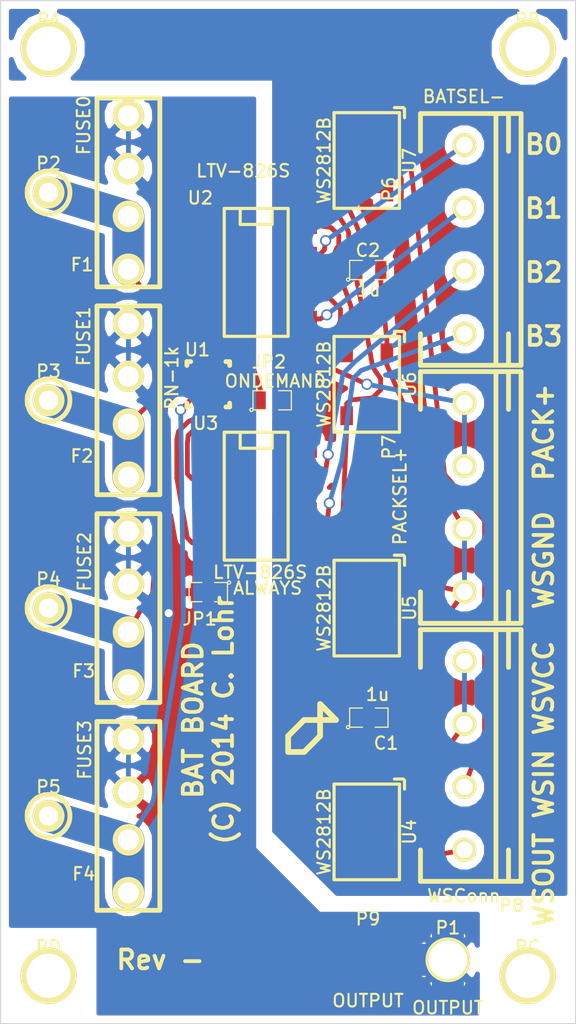
<source format=kicad_pcb>
(kicad_pcb (version 3) (host pcbnew "(2013-mar-13)-testing")

  (general
    (links 60)
    (no_connects 0)
    (area 132.029999 49.479999 177.850001 130.860001)
    (thickness 1.6)
    (drawings 24)
    (tracks 439)
    (zones 0)
    (modules 28)
    (nets 23)
  )

  (page A4)
  (layers
    (15 F.Cu signal)
    (0 B.Cu signal)
    (16 B.Adhes user)
    (17 F.Adhes user)
    (18 B.Paste user)
    (19 F.Paste user)
    (20 B.SilkS user)
    (21 F.SilkS user)
    (22 B.Mask user)
    (23 F.Mask user)
    (24 Dwgs.User user)
    (25 Cmts.User user)
    (26 Eco1.User user)
    (27 Eco2.User user)
    (28 Edge.Cuts user)
  )

  (setup
    (last_trace_width 0.381)
    (trace_clearance 0.3048)
    (zone_clearance 0.6112)
    (zone_45_only no)
    (trace_min 0.254)
    (segment_width 0.454)
    (edge_width 0.1)
    (via_size 0.889)
    (via_drill 0.635)
    (via_min_size 0.889)
    (via_min_drill 0.508)
    (uvia_size 0.508)
    (uvia_drill 0.127)
    (uvias_allowed no)
    (uvia_min_size 0.508)
    (uvia_min_drill 0.127)
    (pcb_text_width 0.3)
    (pcb_text_size 1.5 1.5)
    (mod_edge_width 0.15)
    (mod_text_size 1 1)
    (mod_text_width 0.16524)
    (pad_size 2.54 2.54)
    (pad_drill 1.524)
    (pad_to_mask_clearance 0)
    (aux_axis_origin 0 0)
    (visible_elements FFFFFF7F)
    (pcbplotparams
      (layerselection 3178497)
      (usegerberextensions true)
      (excludeedgelayer true)
      (linewidth 0.150000)
      (plotframeref false)
      (viasonmask false)
      (mode 1)
      (useauxorigin false)
      (hpglpennumber 1)
      (hpglpenspeed 20)
      (hpglpendiameter 15)
      (hpglpenoverlay 2)
      (psnegative false)
      (psa4output false)
      (plotreference true)
      (plotvalue true)
      (plotothertext true)
      (plotinvisibletext false)
      (padsonsilk false)
      (subtractmaskfromsilk false)
      (outputformat 1)
      (mirror false)
      (drillshape 1)
      (scaleselection 1)
      (outputdirectory ""))
  )

  (net 0 "")
  (net 1 +5V)
  (net 2 /P0)
  (net 3 /P1)
  (net 4 /P2)
  (net 5 /P3)
  (net 6 /POUT)
  (net 7 GND)
  (net 8 N-000001)
  (net 9 N-0000010)
  (net 10 N-0000011)
  (net 11 N-0000012)
  (net 12 N-0000013)
  (net 13 N-0000016)
  (net 14 N-0000017)
  (net 15 N-0000018)
  (net 16 N-0000019)
  (net 17 N-000002)
  (net 18 N-000003)
  (net 19 N-000006)
  (net 20 N-000007)
  (net 21 N-000008)
  (net 22 N-000009)

  (net_class Default "This is the default net class."
    (clearance 0.3048)
    (trace_width 0.381)
    (via_dia 0.889)
    (via_drill 0.635)
    (uvia_dia 0.508)
    (uvia_drill 0.127)
    (add_net "")
    (add_net +5V)
    (add_net GND)
    (add_net N-000001)
    (add_net N-0000010)
    (add_net N-0000011)
    (add_net N-0000012)
    (add_net N-0000013)
    (add_net N-0000016)
    (add_net N-0000017)
    (add_net N-0000018)
    (add_net N-0000019)
    (add_net N-000002)
    (add_net N-000003)
    (add_net N-000006)
    (add_net N-000007)
    (add_net N-000008)
    (add_net N-000009)
  )

  (net_class LPW ""
    (clearance 0.3556)
    (trace_width 2.54)
    (via_dia 0.889)
    (via_drill 0.635)
    (uvia_dia 0.508)
    (uvia_drill 0.127)
    (add_net /P0)
    (add_net /P1)
    (add_net /P2)
    (add_net /P3)
    (add_net /POUT)
  )

  (module BK-6013 (layer F.Cu) (tedit 539D0071) (tstamp 539D9F37)
    (at 142.24 64.77 270)
    (path /539CCD6A)
    (fp_text reference F1 (at 5.7404 3.683 360) (layer F.SilkS)
      (effects (font (size 1 1) (thickness 0.16524)))
    )
    (fp_text value FUSE0 (at -5.334 3.556 270) (layer F.SilkS)
      (effects (font (size 1 1) (thickness 0.16524)))
    )
    (fp_line (start 7.5 -2.5) (end 7.5 2.5) (layer F.SilkS) (width 0.381))
    (fp_line (start 7.5 2.5) (end -7.5 2.5) (layer F.SilkS) (width 0.381))
    (fp_line (start -7.5 2.5) (end -7.5 -2.5) (layer F.SilkS) (width 0.381))
    (fp_line (start -7.5 -2.5) (end 7.5 -2.5) (layer F.SilkS) (width 0.381))
    (pad 1 thru_hole circle (at 1.9 0 270) (size 2.5 2.5) (drill 1.66)
      (layers *.Cu *.Mask F.SilkS)
      (net 2 /P0)
    )
    (pad 1 thru_hole circle (at 6.1 0 270) (size 2.5 2.5) (drill 1.66)
      (layers *.Cu *.Mask F.SilkS)
      (net 2 /P0)
    )
    (pad 2 thru_hole circle (at -1.9 0 270) (size 2.5 2.5) (drill 1.66)
      (layers *.Cu *.Mask F.SilkS)
      (net 6 /POUT)
    )
    (pad 2 thru_hole circle (at -6.1 0 270) (size 2.5 2.5) (drill 1.66)
      (layers *.Cu *.Mask F.SilkS)
      (net 6 /POUT)
    )
  )

  (module BK-6013 (layer F.Cu) (tedit 539D0073) (tstamp 539D9F43)
    (at 142.24 81.28 270)
    (path /539CCEAA)
    (fp_text reference F2 (at 4.4323 3.6957 360) (layer F.SilkS)
      (effects (font (size 1 1) (thickness 0.16524)))
    )
    (fp_text value FUSE1 (at -5.08 3.556 270) (layer F.SilkS)
      (effects (font (size 1 1) (thickness 0.16524)))
    )
    (fp_line (start 7.5 -2.5) (end 7.5 2.5) (layer F.SilkS) (width 0.381))
    (fp_line (start 7.5 2.5) (end -7.5 2.5) (layer F.SilkS) (width 0.381))
    (fp_line (start -7.5 2.5) (end -7.5 -2.5) (layer F.SilkS) (width 0.381))
    (fp_line (start -7.5 -2.5) (end 7.5 -2.5) (layer F.SilkS) (width 0.381))
    (pad 1 thru_hole circle (at 1.9 0 270) (size 2.5 2.5) (drill 1.66)
      (layers *.Cu *.Mask F.SilkS)
      (net 3 /P1)
    )
    (pad 1 thru_hole circle (at 6.1 0 270) (size 2.5 2.5) (drill 1.66)
      (layers *.Cu *.Mask F.SilkS)
      (net 3 /P1)
    )
    (pad 2 thru_hole circle (at -1.9 0 270) (size 2.5 2.5) (drill 1.66)
      (layers *.Cu *.Mask F.SilkS)
      (net 6 /POUT)
    )
    (pad 2 thru_hole circle (at -6.1 0 270) (size 2.5 2.5) (drill 1.66)
      (layers *.Cu *.Mask F.SilkS)
      (net 6 /POUT)
    )
  )

  (module BK-6013 (layer F.Cu) (tedit 539CFFFE) (tstamp 539D9F4F)
    (at 142.24 97.79 270)
    (path /539CCEB8)
    (fp_text reference F3 (at 5.0038 3.556 360) (layer F.SilkS)
      (effects (font (size 1 1) (thickness 0.16524)))
    )
    (fp_text value FUSE2 (at -3.683 3.4925 270) (layer F.SilkS)
      (effects (font (size 1 1) (thickness 0.16524)))
    )
    (fp_line (start 7.5 -2.5) (end 7.5 2.5) (layer F.SilkS) (width 0.381))
    (fp_line (start 7.5 2.5) (end -7.5 2.5) (layer F.SilkS) (width 0.381))
    (fp_line (start -7.5 2.5) (end -7.5 -2.5) (layer F.SilkS) (width 0.381))
    (fp_line (start -7.5 -2.5) (end 7.5 -2.5) (layer F.SilkS) (width 0.381))
    (pad 1 thru_hole circle (at 1.9 0 270) (size 2.5 2.5) (drill 1.66)
      (layers *.Cu *.Mask F.SilkS)
      (net 4 /P2)
    )
    (pad 1 thru_hole circle (at 6.1 0 270) (size 2.5 2.5) (drill 1.66)
      (layers *.Cu *.Mask F.SilkS)
      (net 4 /P2)
    )
    (pad 2 thru_hole circle (at -1.9 0 270) (size 2.5 2.5) (drill 1.66)
      (layers *.Cu *.Mask F.SilkS)
      (net 6 /POUT)
    )
    (pad 2 thru_hole circle (at -6.1 0 270) (size 2.5 2.5) (drill 1.66)
      (layers *.Cu *.Mask F.SilkS)
      (net 6 /POUT)
    )
  )

  (module BK-6013 (layer F.Cu) (tedit 539CFFFC) (tstamp 539D9F5B)
    (at 142.24 114.3 270)
    (path /539CCEC6)
    (fp_text reference F4 (at 4.6101 3.556 360) (layer F.SilkS)
      (effects (font (size 1 1) (thickness 0.16524)))
    )
    (fp_text value FUSE3 (at -5.2451 3.4798 270) (layer F.SilkS)
      (effects (font (size 1 1) (thickness 0.16524)))
    )
    (fp_line (start 7.5 -2.5) (end 7.5 2.5) (layer F.SilkS) (width 0.381))
    (fp_line (start 7.5 2.5) (end -7.5 2.5) (layer F.SilkS) (width 0.381))
    (fp_line (start -7.5 2.5) (end -7.5 -2.5) (layer F.SilkS) (width 0.381))
    (fp_line (start -7.5 -2.5) (end 7.5 -2.5) (layer F.SilkS) (width 0.381))
    (pad 1 thru_hole circle (at 1.9 0 270) (size 2.5 2.5) (drill 1.66)
      (layers *.Cu *.Mask F.SilkS)
      (net 5 /P3)
    )
    (pad 1 thru_hole circle (at 6.1 0 270) (size 2.5 2.5) (drill 1.66)
      (layers *.Cu *.Mask F.SilkS)
      (net 5 /P3)
    )
    (pad 2 thru_hole circle (at -1.9 0 270) (size 2.5 2.5) (drill 1.66)
      (layers *.Cu *.Mask F.SilkS)
      (net 6 /POUT)
    )
    (pad 2 thru_hole circle (at -6.1 0 270) (size 2.5 2.5) (drill 1.66)
      (layers *.Cu *.Mask F.SilkS)
      (net 6 /POUT)
    )
  )

  (module 60MILHOLE (layer F.Cu) (tedit 539CFDF6) (tstamp 539D9F61)
    (at 135.89 64.77)
    (descr Hole)
    (tags "DEV 60MIL HOLE")
    (path /539CCCEB)
    (fp_text reference P2 (at 0 -2.30124) (layer F.SilkS)
      (effects (font (size 1 1) (thickness 0.16524)))
    )
    (fp_text value BAT0+ (at 0 2.794) (layer F.SilkS) hide
      (effects (font (size 1 1) (thickness 0.16524)))
    )
    (fp_circle (center 0 0) (end 1.69926 -0.09906) (layer F.SilkS) (width 0.381))
    (pad 1 thru_hole circle (at 0 0) (size 2.54 2.54) (drill 1.524)
      (layers *.Cu *.Mask F.SilkS)
      (net 2 /P0)
    )
  )

  (module 60MILHOLE (layer F.Cu) (tedit 539CFDFD) (tstamp 539D9F67)
    (at 135.89 81.28)
    (descr Hole)
    (tags "DEV 60MIL HOLE")
    (path /539CCEA4)
    (fp_text reference P3 (at 0 -2.30124) (layer F.SilkS)
      (effects (font (size 1 1) (thickness 0.16524)))
    )
    (fp_text value BAT1+ (at 0 2.794) (layer F.SilkS) hide
      (effects (font (size 1 1) (thickness 0.16524)))
    )
    (fp_circle (center 0 0) (end 1.69926 -0.09906) (layer F.SilkS) (width 0.381))
    (pad 1 thru_hole circle (at 0 0) (size 2.54 2.54) (drill 1.524)
      (layers *.Cu *.Mask F.SilkS)
      (net 3 /P1)
    )
  )

  (module 60MILHOLE (layer F.Cu) (tedit 539CFE06) (tstamp 539D9F6D)
    (at 135.89 97.79)
    (descr Hole)
    (tags "DEV 60MIL HOLE")
    (path /539CCEB2)
    (fp_text reference P4 (at 0 -2.30124) (layer F.SilkS)
      (effects (font (size 1 1) (thickness 0.16524)))
    )
    (fp_text value BAT2+ (at 0 2.794) (layer F.SilkS) hide
      (effects (font (size 1 1) (thickness 0.16524)))
    )
    (fp_circle (center 0 0) (end 1.69926 -0.09906) (layer F.SilkS) (width 0.381))
    (pad 1 thru_hole circle (at 0 0) (size 2.54 2.54) (drill 1.524)
      (layers *.Cu *.Mask F.SilkS)
      (net 4 /P2)
    )
  )

  (module 60MILHOLE (layer F.Cu) (tedit 539CFE02) (tstamp 539D9F73)
    (at 135.89 114.3)
    (descr Hole)
    (tags "DEV 60MIL HOLE")
    (path /539CCEC0)
    (fp_text reference P5 (at 0 -2.30124) (layer F.SilkS)
      (effects (font (size 1 1) (thickness 0.16524)))
    )
    (fp_text value BAT3+ (at 0 2.794) (layer F.SilkS) hide
      (effects (font (size 1 1) (thickness 0.16524)))
    )
    (fp_circle (center 0 0) (end 1.69926 -0.09906) (layer F.SilkS) (width 0.381))
    (pad 1 thru_hole circle (at 0 0) (size 2.54 2.54) (drill 1.524)
      (layers *.Cu *.Mask F.SilkS)
      (net 5 /P3)
    )
  )

  (module PHOENIX1935187 (layer F.Cu) (tedit 539CD7A4) (tstamp 539D9F83)
    (at 168.96 68.5 90)
    (path /539CCF56)
    (fp_text reference P6 (at 4 -6 90) (layer F.SilkS)
      (effects (font (size 1 1) (thickness 0.16524)))
    )
    (fp_text value BATSEL- (at 11.35 -0.05 180) (layer F.SilkS)
      (effects (font (size 1 1) (thickness 0.16524)))
    )
    (fp_line (start -10 -3.5) (end -10 4.5) (layer F.SilkS) (width 0.381))
    (fp_line (start 10 -3.5) (end 10 4.5) (layer F.SilkS) (width 0.381))
    (fp_line (start 10 4.5) (end -10 4.5) (layer F.SilkS) (width 0.381))
    (fp_line (start -10 2.5) (end 10 2.5) (layer F.SilkS) (width 0.381))
    (fp_line (start 7 -3.5) (end 10 -3.5) (layer F.SilkS) (width 0.381))
    (fp_line (start 10 3.5) (end 7 3.5) (layer F.SilkS) (width 0.381))
    (fp_line (start -7.5 -3.5) (end -10 -3.5) (layer F.SilkS) (width 0.381))
    (fp_line (start -10 3.5) (end -7.5 3.5) (layer F.SilkS) (width 0.381))
    (pad 1 thru_hole circle (at -7.5 0 90) (size 1.9 1.9) (drill 1.3)
      (layers *.Cu *.Mask F.SilkS)
      (net 9 N-0000010)
    )
    (pad 2 thru_hole circle (at -2.5 0 90) (size 1.9 1.9) (drill 1.3)
      (layers *.Cu *.Mask F.SilkS)
      (net 10 N-0000011)
    )
    (pad 3 thru_hole circle (at 2.5 0 90) (size 1.9 1.9) (drill 1.3)
      (layers *.Cu *.Mask F.SilkS)
      (net 11 N-0000012)
    )
    (pad 4 thru_hole circle (at 7.5 0 90) (size 1.9 1.9) (drill 1.3)
      (layers *.Cu *.Mask F.SilkS)
      (net 12 N-0000013)
    )
  )

  (module PHOENIX1935187 (layer F.Cu) (tedit 539CD7B0) (tstamp 539D9F93)
    (at 168.96 89 90)
    (path /539CD28C)
    (fp_text reference P7 (at 4 -6 90) (layer F.SilkS)
      (effects (font (size 1 1) (thickness 0.16524)))
    )
    (fp_text value PACKSEL+ (at 0.1 -5.13 90) (layer F.SilkS)
      (effects (font (size 1 1) (thickness 0.16524)))
    )
    (fp_line (start -10 -3.5) (end -10 4.5) (layer F.SilkS) (width 0.381))
    (fp_line (start 10 -3.5) (end 10 4.5) (layer F.SilkS) (width 0.381))
    (fp_line (start 10 4.5) (end -10 4.5) (layer F.SilkS) (width 0.381))
    (fp_line (start -10 2.5) (end 10 2.5) (layer F.SilkS) (width 0.381))
    (fp_line (start 7 -3.5) (end 10 -3.5) (layer F.SilkS) (width 0.381))
    (fp_line (start 10 3.5) (end 7 3.5) (layer F.SilkS) (width 0.381))
    (fp_line (start -7.5 -3.5) (end -10 -3.5) (layer F.SilkS) (width 0.381))
    (fp_line (start -10 3.5) (end -7.5 3.5) (layer F.SilkS) (width 0.381))
    (pad 1 thru_hole circle (at -7.5 0 90) (size 1.9 1.9) (drill 1.3)
      (layers *.Cu *.Mask F.SilkS)
      (net 7 GND)
    )
    (pad 2 thru_hole circle (at -2.5 0 90) (size 1.9 1.9) (drill 1.3)
      (layers *.Cu *.Mask F.SilkS)
      (net 7 GND)
    )
    (pad 3 thru_hole circle (at 2.5 0 90) (size 1.9 1.9) (drill 1.3)
      (layers *.Cu *.Mask F.SilkS)
      (net 22 N-000009)
    )
    (pad 4 thru_hole circle (at 7.5 0 90) (size 1.9 1.9) (drill 1.3)
      (layers *.Cu *.Mask F.SilkS)
      (net 22 N-000009)
    )
  )

  (module PHOENIX1935187 (layer F.Cu) (tedit 539CFD3E) (tstamp 539D9FA3)
    (at 168.96 109.5 90)
    (path /539CD3F0)
    (fp_text reference P8 (at -11.912 3.76 180) (layer F.SilkS)
      (effects (font (size 1 1) (thickness 0.16524)))
    )
    (fp_text value WSConn (at -11.15 -0.05 180) (layer F.SilkS)
      (effects (font (size 1 1) (thickness 0.16524)))
    )
    (fp_line (start -10 -3.5) (end -10 4.5) (layer F.SilkS) (width 0.381))
    (fp_line (start 10 -3.5) (end 10 4.5) (layer F.SilkS) (width 0.381))
    (fp_line (start 10 4.5) (end -10 4.5) (layer F.SilkS) (width 0.381))
    (fp_line (start -10 2.5) (end 10 2.5) (layer F.SilkS) (width 0.381))
    (fp_line (start 7 -3.5) (end 10 -3.5) (layer F.SilkS) (width 0.381))
    (fp_line (start 10 3.5) (end 7 3.5) (layer F.SilkS) (width 0.381))
    (fp_line (start -7.5 -3.5) (end -10 -3.5) (layer F.SilkS) (width 0.381))
    (fp_line (start -10 3.5) (end -7.5 3.5) (layer F.SilkS) (width 0.381))
    (pad 1 thru_hole circle (at -7.5 0 90) (size 1.9 1.9) (drill 1.3)
      (layers *.Cu *.Mask F.SilkS)
      (net 19 N-000006)
    )
    (pad 2 thru_hole circle (at -2.5 0 90) (size 1.9 1.9) (drill 1.3)
      (layers *.Cu *.Mask F.SilkS)
      (net 18 N-000003)
    )
    (pad 3 thru_hole circle (at 2.5 0 90) (size 1.9 1.9) (drill 1.3)
      (layers *.Cu *.Mask F.SilkS)
      (net 1 +5V)
    )
    (pad 4 thru_hole circle (at 7.5 0 90) (size 1.9 1.9) (drill 1.3)
      (layers *.Cu *.Mask F.SilkS)
      (net 1 +5V)
    )
  )

  (module 1206NETWORK (layer F.Cu) (tedit 539CFCDC) (tstamp 539D9FB7)
    (at 148.59 80.01 270)
    (tags 1206NETWORK)
    (path /539CCFD0)
    (fp_text reference U1 (at -2.7432 0.8636 360) (layer F.SilkS)
      (effects (font (size 1 1) (thickness 0.16524)))
    )
    (fp_text value RN-1k (at -0.508 2.8956 270) (layer F.SilkS)
      (effects (font (size 1 1) (thickness 0.16524)))
    )
    (fp_line (start 1.8 1.4) (end 1.8 1.7) (layer F.SilkS) (width 0.381))
    (fp_line (start 1.8 1.7) (end 1.5 1.7) (layer F.SilkS) (width 0.381))
    (fp_line (start -1.8 -1.4) (end -1.8 -1.7) (layer F.SilkS) (width 0.381))
    (fp_line (start -1.8 -1.7) (end -1.5 -1.7) (layer F.SilkS) (width 0.381))
    (fp_line (start 1.5 -1.7) (end 1.8 -1.7) (layer F.SilkS) (width 0.381))
    (fp_line (start 1.8 -1.7) (end 1.8 -1.4) (layer F.SilkS) (width 0.381))
    (fp_line (start -1.8 1.4) (end -1.8 1.7) (layer F.SilkS) (width 0.381))
    (fp_line (start -1.8 1.7) (end -1.5 1.7) (layer F.SilkS) (width 0.381))
    (pad 1 smd rect (at -1.2 0.8 270) (size 0.4 1)
      (layers F.Cu F.Paste F.Mask)
      (net 2 /P0)
    )
    (pad 2 smd rect (at -0.4 0.8 270) (size 0.4 1)
      (layers F.Cu F.Paste F.Mask)
      (net 3 /P1)
    )
    (pad 3 smd rect (at 0.4 0.8 270) (size 0.4 1)
      (layers F.Cu F.Paste F.Mask)
      (net 4 /P2)
    )
    (pad 4 smd rect (at 1.2 0.8 270) (size 0.4 1)
      (layers F.Cu F.Paste F.Mask)
      (net 5 /P3)
    )
    (pad 5 smd rect (at 1.2 -0.8 270) (size 0.4 1)
      (layers F.Cu F.Paste F.Mask)
      (net 13 N-0000016)
    )
    (pad 6 smd rect (at 0.4 -0.8 270) (size 0.4 1)
      (layers F.Cu F.Paste F.Mask)
      (net 14 N-0000017)
    )
    (pad 7 smd rect (at -0.4 -0.8 270) (size 0.4 1)
      (layers F.Cu F.Paste F.Mask)
      (net 15 N-0000018)
    )
    (pad 8 smd rect (at -1.2 -0.8 270) (size 0.4 1)
      (layers F.Cu F.Paste F.Mask)
      (net 16 N-0000019)
    )
  )

  (module 8DIPCMS (layer F.Cu) (tedit 539D0097) (tstamp 539D9FCA)
    (at 152.4 71.12 270)
    (descr "8dip300 smd shape")
    (tags "smd cms 8dip")
    (path /539CCF1C)
    (attr smd)
    (fp_text reference U2 (at -5.9182 4.445 360) (layer F.SilkS)
      (effects (font (size 1 1) (thickness 0.16524)))
    )
    (fp_text value LTV-826S (at -8.0645 1.0287 360) (layer F.SilkS)
      (effects (font (size 1 1) (thickness 0.16524)))
    )
    (fp_line (start -5.08 -2.54) (end -5.08 2.54) (layer F.SilkS) (width 0.254))
    (fp_line (start -5.08 2.54) (end 5.08 2.54) (layer F.SilkS) (width 0.254))
    (fp_line (start 5.08 2.54) (end 5.08 -2.54) (layer F.SilkS) (width 0.254))
    (fp_line (start 5.08 -2.54) (end -5.08 -2.54) (layer F.SilkS) (width 0.254))
    (fp_line (start -5.08 -1.27) (end -3.81 -1.27) (layer F.SilkS) (width 0.254))
    (fp_line (start -3.81 -1.27) (end -3.81 1.27) (layer F.SilkS) (width 0.254))
    (fp_line (start -3.81 1.27) (end -5.08 1.27) (layer F.SilkS) (width 0.254))
    (pad 1 smd rect (at -3.81 3.81 270) (size 1.524 2.032)
      (layers F.Cu F.Paste F.Mask)
      (net 21 N-000008)
    )
    (pad 2 smd rect (at -1.27 3.81 270) (size 1.524 2.032)
      (layers F.Cu F.Paste F.Mask)
      (net 16 N-0000019)
    )
    (pad 3 smd rect (at 1.27 3.81 270) (size 1.524 2.032)
      (layers F.Cu F.Paste F.Mask)
      (net 21 N-000008)
    )
    (pad 4 smd rect (at 3.81 3.81 270) (size 1.524 2.032)
      (layers F.Cu F.Paste F.Mask)
      (net 15 N-0000018)
    )
    (pad 5 smd rect (at 3.81 -3.81 270) (size 1.524 2.032)
      (layers F.Cu F.Paste F.Mask)
      (net 11 N-0000012)
    )
    (pad 6 smd rect (at 1.27 -3.81 270) (size 1.524 2.032)
      (layers F.Cu F.Paste F.Mask)
      (net 22 N-000009)
    )
    (pad 7 smd rect (at -1.27 -3.81 270) (size 1.524 2.032)
      (layers F.Cu F.Paste F.Mask)
      (net 12 N-0000013)
    )
    (pad 8 smd rect (at -3.81 -3.81 270) (size 1.524 2.032)
      (layers F.Cu F.Paste F.Mask)
      (net 22 N-000009)
    )
    (model smd/cms_so8.wrl
      (at (xyz 0 0 0))
      (scale (xyz 1 0.5 0.8))
      (rotate (xyz 0 0 0))
    )
  )

  (module 8DIPCMS (layer F.Cu) (tedit 539D00A6) (tstamp 539D9FDD)
    (at 152.4 88.9 270)
    (descr "8dip300 smd shape")
    (tags "smd cms 8dip")
    (path /539CCF0F)
    (attr smd)
    (fp_text reference U3 (at -5.7912 4.0132 360) (layer F.SilkS)
      (effects (font (size 1 1) (thickness 0.16524)))
    )
    (fp_text value LTV-826S (at 6.0452 -0.3175 360) (layer F.SilkS)
      (effects (font (size 1 1) (thickness 0.16524)))
    )
    (fp_line (start -5.08 -2.54) (end -5.08 2.54) (layer F.SilkS) (width 0.254))
    (fp_line (start -5.08 2.54) (end 5.08 2.54) (layer F.SilkS) (width 0.254))
    (fp_line (start 5.08 2.54) (end 5.08 -2.54) (layer F.SilkS) (width 0.254))
    (fp_line (start 5.08 -2.54) (end -5.08 -2.54) (layer F.SilkS) (width 0.254))
    (fp_line (start -5.08 -1.27) (end -3.81 -1.27) (layer F.SilkS) (width 0.254))
    (fp_line (start -3.81 -1.27) (end -3.81 1.27) (layer F.SilkS) (width 0.254))
    (fp_line (start -3.81 1.27) (end -5.08 1.27) (layer F.SilkS) (width 0.254))
    (pad 1 smd rect (at -3.81 3.81 270) (size 1.524 2.032)
      (layers F.Cu F.Paste F.Mask)
      (net 21 N-000008)
    )
    (pad 2 smd rect (at -1.27 3.81 270) (size 1.524 2.032)
      (layers F.Cu F.Paste F.Mask)
      (net 14 N-0000017)
    )
    (pad 3 smd rect (at 1.27 3.81 270) (size 1.524 2.032)
      (layers F.Cu F.Paste F.Mask)
      (net 21 N-000008)
    )
    (pad 4 smd rect (at 3.81 3.81 270) (size 1.524 2.032)
      (layers F.Cu F.Paste F.Mask)
      (net 13 N-0000016)
    )
    (pad 5 smd rect (at 3.81 -3.81 270) (size 1.524 2.032)
      (layers F.Cu F.Paste F.Mask)
      (net 9 N-0000010)
    )
    (pad 6 smd rect (at 1.27 -3.81 270) (size 1.524 2.032)
      (layers F.Cu F.Paste F.Mask)
      (net 22 N-000009)
    )
    (pad 7 smd rect (at -1.27 -3.81 270) (size 1.524 2.032)
      (layers F.Cu F.Paste F.Mask)
      (net 10 N-0000011)
    )
    (pad 8 smd rect (at -3.81 -3.81 270) (size 1.524 2.032)
      (layers F.Cu F.Paste F.Mask)
      (net 22 N-000009)
    )
    (model smd/cms_so8.wrl
      (at (xyz 0 0 0))
      (scale (xyz 1 0.5 0.8))
      (rotate (xyz 0 0 0))
    )
  )

  (module WS2812B (layer F.Cu) (tedit 52B884F6) (tstamp 539D9FEC)
    (at 161.29 115.57 90)
    (path /539CD90D)
    (fp_text reference U4 (at 0 3.29946 90) (layer F.SilkS)
      (effects (font (size 1 1) (thickness 0.16524)))
    )
    (fp_text value WS2812B (at 0 -3.50012 90) (layer F.SilkS)
      (effects (font (size 1 1) (thickness 0.16524)))
    )
    (fp_line (start 4.09956 2.90068) (end 4.20116 2.79908) (layer F.SilkS) (width 0.254))
    (fp_line (start 4.20116 2.79908) (end 4.20116 2.10058) (layer F.SilkS) (width 0.254))
    (fp_line (start 3.40106 2.90068) (end 4.09956 2.90068) (layer F.SilkS) (width 0.254))
    (fp_line (start 3.79984 -2.70002) (end 3.79984 2.49936) (layer F.SilkS) (width 0.254))
    (fp_line (start 3.79984 2.49936) (end -3.79984 2.49936) (layer F.SilkS) (width 0.254))
    (fp_line (start -3.79984 2.49936) (end -3.79984 -2.70002) (layer F.SilkS) (width 0.254))
    (fp_line (start -3.79984 -2.70002) (end 3.79984 -2.70002) (layer F.SilkS) (width 0.254))
    (pad 1 smd rect (at -2.49936 -1.69926 90) (size 1.50114 1.00076)
      (layers F.Cu F.Paste F.Mask)
      (net 1 +5V)
    )
    (pad 2 smd rect (at -2.49936 1.50114 90) (size 1.50114 1.00076)
      (layers F.Cu F.Paste F.Mask)
      (net 19 N-000006)
    )
    (pad 3 smd rect (at 2.49936 1.50114 90) (size 1.50114 1.00076)
      (layers F.Cu F.Paste F.Mask)
      (net 7 GND)
    )
    (pad 4 smd rect (at 2.49936 -1.69926 90) (size 1.50114 1.00076)
      (layers F.Cu F.Paste F.Mask)
      (net 20 N-000007)
    )
  )

  (module WS2812B (layer F.Cu) (tedit 52B884F6) (tstamp 539D9FFB)
    (at 161.29 97.79 90)
    (path /539CDA06)
    (fp_text reference U5 (at 0 3.29946 90) (layer F.SilkS)
      (effects (font (size 1 1) (thickness 0.16524)))
    )
    (fp_text value WS2812B (at 0 -3.50012 90) (layer F.SilkS)
      (effects (font (size 1 1) (thickness 0.16524)))
    )
    (fp_line (start 4.09956 2.90068) (end 4.20116 2.79908) (layer F.SilkS) (width 0.254))
    (fp_line (start 4.20116 2.79908) (end 4.20116 2.10058) (layer F.SilkS) (width 0.254))
    (fp_line (start 3.40106 2.90068) (end 4.09956 2.90068) (layer F.SilkS) (width 0.254))
    (fp_line (start 3.79984 -2.70002) (end 3.79984 2.49936) (layer F.SilkS) (width 0.254))
    (fp_line (start 3.79984 2.49936) (end -3.79984 2.49936) (layer F.SilkS) (width 0.254))
    (fp_line (start -3.79984 2.49936) (end -3.79984 -2.70002) (layer F.SilkS) (width 0.254))
    (fp_line (start -3.79984 -2.70002) (end 3.79984 -2.70002) (layer F.SilkS) (width 0.254))
    (pad 1 smd rect (at -2.49936 -1.69926 90) (size 1.50114 1.00076)
      (layers F.Cu F.Paste F.Mask)
      (net 1 +5V)
    )
    (pad 2 smd rect (at -2.49936 1.50114 90) (size 1.50114 1.00076)
      (layers F.Cu F.Paste F.Mask)
      (net 20 N-000007)
    )
    (pad 3 smd rect (at 2.49936 1.50114 90) (size 1.50114 1.00076)
      (layers F.Cu F.Paste F.Mask)
      (net 7 GND)
    )
    (pad 4 smd rect (at 2.49936 -1.69926 90) (size 1.50114 1.00076)
      (layers F.Cu F.Paste F.Mask)
      (net 8 N-000001)
    )
  )

  (module WS2812B (layer F.Cu) (tedit 52B884F6) (tstamp 539DA00A)
    (at 161.29 80.01 90)
    (path /539CDA1A)
    (fp_text reference U6 (at 0 3.29946 90) (layer F.SilkS)
      (effects (font (size 1 1) (thickness 0.16524)))
    )
    (fp_text value WS2812B (at 0 -3.50012 90) (layer F.SilkS)
      (effects (font (size 1 1) (thickness 0.16524)))
    )
    (fp_line (start 4.09956 2.90068) (end 4.20116 2.79908) (layer F.SilkS) (width 0.254))
    (fp_line (start 4.20116 2.79908) (end 4.20116 2.10058) (layer F.SilkS) (width 0.254))
    (fp_line (start 3.40106 2.90068) (end 4.09956 2.90068) (layer F.SilkS) (width 0.254))
    (fp_line (start 3.79984 -2.70002) (end 3.79984 2.49936) (layer F.SilkS) (width 0.254))
    (fp_line (start 3.79984 2.49936) (end -3.79984 2.49936) (layer F.SilkS) (width 0.254))
    (fp_line (start -3.79984 2.49936) (end -3.79984 -2.70002) (layer F.SilkS) (width 0.254))
    (fp_line (start -3.79984 -2.70002) (end 3.79984 -2.70002) (layer F.SilkS) (width 0.254))
    (pad 1 smd rect (at -2.49936 -1.69926 90) (size 1.50114 1.00076)
      (layers F.Cu F.Paste F.Mask)
      (net 1 +5V)
    )
    (pad 2 smd rect (at -2.49936 1.50114 90) (size 1.50114 1.00076)
      (layers F.Cu F.Paste F.Mask)
      (net 8 N-000001)
    )
    (pad 3 smd rect (at 2.49936 1.50114 90) (size 1.50114 1.00076)
      (layers F.Cu F.Paste F.Mask)
      (net 7 GND)
    )
    (pad 4 smd rect (at 2.49936 -1.69926 90) (size 1.50114 1.00076)
      (layers F.Cu F.Paste F.Mask)
      (net 17 N-000002)
    )
  )

  (module WS2812B (layer F.Cu) (tedit 52B884F6) (tstamp 539DA019)
    (at 161.29 62.23 90)
    (path /539CDA2E)
    (fp_text reference U7 (at 0 3.29946 90) (layer F.SilkS)
      (effects (font (size 1 1) (thickness 0.16524)))
    )
    (fp_text value WS2812B (at 0 -3.50012 90) (layer F.SilkS)
      (effects (font (size 1 1) (thickness 0.16524)))
    )
    (fp_line (start 4.09956 2.90068) (end 4.20116 2.79908) (layer F.SilkS) (width 0.254))
    (fp_line (start 4.20116 2.79908) (end 4.20116 2.10058) (layer F.SilkS) (width 0.254))
    (fp_line (start 3.40106 2.90068) (end 4.09956 2.90068) (layer F.SilkS) (width 0.254))
    (fp_line (start 3.79984 -2.70002) (end 3.79984 2.49936) (layer F.SilkS) (width 0.254))
    (fp_line (start 3.79984 2.49936) (end -3.79984 2.49936) (layer F.SilkS) (width 0.254))
    (fp_line (start -3.79984 2.49936) (end -3.79984 -2.70002) (layer F.SilkS) (width 0.254))
    (fp_line (start -3.79984 -2.70002) (end 3.79984 -2.70002) (layer F.SilkS) (width 0.254))
    (pad 1 smd rect (at -2.49936 -1.69926 90) (size 1.50114 1.00076)
      (layers F.Cu F.Paste F.Mask)
      (net 1 +5V)
    )
    (pad 2 smd rect (at -2.49936 1.50114 90) (size 1.50114 1.00076)
      (layers F.Cu F.Paste F.Mask)
      (net 17 N-000002)
    )
    (pad 3 smd rect (at 2.49936 1.50114 90) (size 1.50114 1.00076)
      (layers F.Cu F.Paste F.Mask)
      (net 7 GND)
    )
    (pad 4 smd rect (at 2.49936 -1.69926 90) (size 1.50114 1.00076)
      (layers F.Cu F.Paste F.Mask)
      (net 18 N-000003)
    )
  )

  (module 632HOLE (layer F.Cu) (tedit 539CD8E8) (tstamp 539DCE52)
    (at 173.99 53.34)
    (descr Hole)
    (tags "DEV 6-32 HOLE")
    (path /520FC562)
    (fp_text reference PB (at 0 -2.30124) (layer F.SilkS)
      (effects (font (size 1 1) (thickness 0.16524)))
    )
    (fp_text value GND (at 0 2.794) (layer F.SilkS) hide
      (effects (font (size 1 1) (thickness 0.16524)))
    )
    (fp_circle (center 0 0) (end 1.69926 -0.09906) (layer F.SilkS) (width 0.381))
    (pad 1 thru_hole circle (at 0 0) (size 4.4704 4.4704) (drill 3.5052)
      (layers *.Cu *.Mask F.SilkS)
    )
  )

  (module 632HOLE (layer F.Cu) (tedit 539CD8F2) (tstamp 539DCE64)
    (at 135.89 53.34)
    (descr Hole)
    (tags "DEV 6-32 HOLE")
    (path /520FC562)
    (fp_text reference PA (at 0 -2.30124) (layer F.SilkS)
      (effects (font (size 1 1) (thickness 0.16524)))
    )
    (fp_text value GND (at 0 2.794) (layer F.SilkS) hide
      (effects (font (size 1 1) (thickness 0.16524)))
    )
    (fp_circle (center 0 0) (end 1.69926 -0.09906) (layer F.SilkS) (width 0.381))
    (pad 1 thru_hole circle (at 0 0) (size 4.4704 4.4704) (drill 3.5052)
      (layers *.Cu *.Mask F.SilkS)
    )
  )

  (module 632HOLE (layer F.Cu) (tedit 539CD8DE) (tstamp 539DCE6F)
    (at 135.89 127)
    (descr Hole)
    (tags "DEV 6-32 HOLE")
    (path /520FC562)
    (fp_text reference PD (at 0 -2.30124) (layer F.SilkS)
      (effects (font (size 1 1) (thickness 0.16524)))
    )
    (fp_text value GND (at 0 2.794) (layer F.SilkS) hide
      (effects (font (size 1 1) (thickness 0.16524)))
    )
    (fp_circle (center 0 0) (end 1.69926 -0.09906) (layer F.SilkS) (width 0.381))
    (pad 1 thru_hole circle (at 0 0) (size 4.4704 4.4704) (drill 3.5052)
      (layers *.Cu *.Mask F.SilkS)
    )
  )

  (module 632HOLE (layer F.Cu) (tedit 539CD8D6) (tstamp 539DCE7A)
    (at 173.99 127)
    (descr Hole)
    (tags "DEV 6-32 HOLE")
    (path /520FC562)
    (fp_text reference PC (at 0 -2.30124) (layer F.SilkS)
      (effects (font (size 1 1) (thickness 0.16524)))
    )
    (fp_text value GND (at 0 2.794) (layer F.SilkS) hide
      (effects (font (size 1 1) (thickness 0.16524)))
    )
    (fp_circle (center 0 0) (end 1.69926 -0.09906) (layer F.SilkS) (width 0.381))
    (pad 1 thru_hole circle (at 0 0) (size 4.4704 4.4704) (drill 3.5052)
      (layers *.Cu *.Mask F.SilkS)
    )
  )

  (module 440Hole (layer F.Cu) (tedit 539CD89C) (tstamp 539DD009)
    (at 167.64 125.73)
    (path /539CCD7B)
    (fp_text reference P1 (at 0 -2.54) (layer F.SilkS)
      (effects (font (size 1 1) (thickness 0.16524)))
    )
    (fp_text value OUTPUT (at 0 3.81) (layer F.SilkS)
      (effects (font (size 1 1) (thickness 0.16524)))
    )
    (pad 1 thru_hole circle (at 0 0) (size 3.556 3.556) (drill 3.048)
      (layers *.Cu *.Mask F.SilkS)
      (net 6 /POUT)
    )
  )

  (module .2SMTPIN (layer F.Cu) (tedit 5318FD27) (tstamp 539DD00E)
    (at 161.29 125.73)
    (path /539CE2A6)
    (fp_text reference P9 (at 0 -3.25) (layer F.SilkS)
      (effects (font (size 1 1) (thickness 0.16524)))
    )
    (fp_text value OUTPUT (at 0 3.25) (layer F.SilkS)
      (effects (font (size 1 1) (thickness 0.16524)))
    )
    (pad 1 smd circle (at 0 0) (size 5.08 5.08)
      (layers F.Cu F.Paste F.Mask)
      (net 6 /POUT)
    )
  )

  (module SM0805 (layer F.Cu) (tedit 539D007E) (tstamp 539DD2D9)
    (at 161.354 106.49)
    (path /539CE3F0)
    (attr smd)
    (fp_text reference C1 (at 1.3711 2.0315) (layer F.SilkS)
      (effects (font (size 1 1) (thickness 0.16524)))
    )
    (fp_text value 1u (at 0.698 -1.842) (layer F.SilkS)
      (effects (font (size 1 1) (thickness 0.16524)))
    )
    (fp_circle (center -1.651 0.762) (end -1.651 0.635) (layer F.SilkS) (width 0.09906))
    (fp_line (start -0.508 0.762) (end -1.524 0.762) (layer F.SilkS) (width 0.09906))
    (fp_line (start -1.524 0.762) (end -1.524 -0.762) (layer F.SilkS) (width 0.09906))
    (fp_line (start -1.524 -0.762) (end -0.508 -0.762) (layer F.SilkS) (width 0.09906))
    (fp_line (start 0.508 -0.762) (end 1.524 -0.762) (layer F.SilkS) (width 0.09906))
    (fp_line (start 1.524 -0.762) (end 1.524 0.762) (layer F.SilkS) (width 0.09906))
    (fp_line (start 1.524 0.762) (end 0.508 0.762) (layer F.SilkS) (width 0.09906))
    (pad 1 smd rect (at -0.9525 0) (size 0.889 1.397)
      (layers F.Cu F.Paste F.Mask)
      (net 1 +5V)
    )
    (pad 2 smd rect (at 0.9525 0) (size 0.889 1.397)
      (layers F.Cu F.Paste F.Mask)
      (net 7 GND)
    )
    (model smd/chip_cms.wrl
      (at (xyz 0 0 0))
      (scale (xyz 0.1 0.1 0.1))
      (rotate (xyz 0 0 0))
    )
  )

  (module SM0805 (layer F.Cu) (tedit 539D007A) (tstamp 539DD2E6)
    (at 161.354 70.9295)
    (path /539CE3FF)
    (attr smd)
    (fp_text reference C2 (at -0.0767 -1.5621) (layer F.SilkS)
      (effects (font (size 1 1) (thickness 0.16524)))
    )
    (fp_text value 1u (at -0.0132 1.5875) (layer F.SilkS)
      (effects (font (size 1 1) (thickness 0.16524)))
    )
    (fp_circle (center -1.651 0.762) (end -1.651 0.635) (layer F.SilkS) (width 0.09906))
    (fp_line (start -0.508 0.762) (end -1.524 0.762) (layer F.SilkS) (width 0.09906))
    (fp_line (start -1.524 0.762) (end -1.524 -0.762) (layer F.SilkS) (width 0.09906))
    (fp_line (start -1.524 -0.762) (end -0.508 -0.762) (layer F.SilkS) (width 0.09906))
    (fp_line (start 0.508 -0.762) (end 1.524 -0.762) (layer F.SilkS) (width 0.09906))
    (fp_line (start 1.524 -0.762) (end 1.524 0.762) (layer F.SilkS) (width 0.09906))
    (fp_line (start 1.524 0.762) (end 0.508 0.762) (layer F.SilkS) (width 0.09906))
    (pad 1 smd rect (at -0.9525 0) (size 0.889 1.397)
      (layers F.Cu F.Paste F.Mask)
      (net 1 +5V)
    )
    (pad 2 smd rect (at 0.9525 0) (size 0.889 1.397)
      (layers F.Cu F.Paste F.Mask)
      (net 7 GND)
    )
    (model smd/chip_cms.wrl
      (at (xyz 0 0 0))
      (scale (xyz 0.1 0.1 0.1))
      (rotate (xyz 0 0 0))
    )
  )

  (module SM0805 (layer F.Cu) (tedit 539D00A2) (tstamp 539CFC75)
    (at 148.59 96.52 180)
    (path /539CFEE5)
    (attr smd)
    (fp_text reference JP1 (at 0.6858 -2.1336 180) (layer F.SilkS)
      (effects (font (size 1 1) (thickness 0.16524)))
    )
    (fp_text value ALWAYS (at -4.7244 0.3175 180) (layer F.SilkS)
      (effects (font (size 1 1) (thickness 0.16524)))
    )
    (fp_circle (center -1.651 0.762) (end -1.651 0.635) (layer F.SilkS) (width 0.09906))
    (fp_line (start -0.508 0.762) (end -1.524 0.762) (layer F.SilkS) (width 0.09906))
    (fp_line (start -1.524 0.762) (end -1.524 -0.762) (layer F.SilkS) (width 0.09906))
    (fp_line (start -1.524 -0.762) (end -0.508 -0.762) (layer F.SilkS) (width 0.09906))
    (fp_line (start 0.508 -0.762) (end 1.524 -0.762) (layer F.SilkS) (width 0.09906))
    (fp_line (start 1.524 -0.762) (end 1.524 0.762) (layer F.SilkS) (width 0.09906))
    (fp_line (start 1.524 0.762) (end 0.508 0.762) (layer F.SilkS) (width 0.09906))
    (pad 1 smd rect (at -0.9525 0 180) (size 0.889 1.397)
      (layers F.Cu F.Paste F.Mask)
      (net 21 N-000008)
    )
    (pad 2 smd rect (at 0.9525 0 180) (size 0.889 1.397)
      (layers F.Cu F.Paste F.Mask)
      (net 6 /POUT)
    )
    (model smd/chip_cms.wrl
      (at (xyz 0 0 0))
      (scale (xyz 0.1 0.1 0.1))
      (rotate (xyz 0 0 0))
    )
  )

  (module SM0805 (layer F.Cu) (tedit 539CFDDC) (tstamp 539CFC82)
    (at 153.67 81.28)
    (path /539D0041)
    (attr smd)
    (fp_text reference JP2 (at -0.254 -3.048) (layer F.SilkS)
      (effects (font (size 1 1) (thickness 0.16524)))
    )
    (fp_text value ONDEMAND (at 0.254 -1.524) (layer F.SilkS)
      (effects (font (size 1 1) (thickness 0.16524)))
    )
    (fp_circle (center -1.651 0.762) (end -1.651 0.635) (layer F.SilkS) (width 0.09906))
    (fp_line (start -0.508 0.762) (end -1.524 0.762) (layer F.SilkS) (width 0.09906))
    (fp_line (start -1.524 0.762) (end -1.524 -0.762) (layer F.SilkS) (width 0.09906))
    (fp_line (start -1.524 -0.762) (end -0.508 -0.762) (layer F.SilkS) (width 0.09906))
    (fp_line (start 0.508 -0.762) (end 1.524 -0.762) (layer F.SilkS) (width 0.09906))
    (fp_line (start 1.524 -0.762) (end 1.524 0.762) (layer F.SilkS) (width 0.09906))
    (fp_line (start 1.524 0.762) (end 0.508 0.762) (layer F.SilkS) (width 0.09906))
    (pad 1 smd rect (at -0.9525 0) (size 0.889 1.397)
      (layers F.Cu F.Paste F.Mask)
      (net 21 N-000008)
    )
    (pad 2 smd rect (at 0.9525 0) (size 0.889 1.397)
      (layers F.Cu F.Paste F.Mask)
      (net 22 N-000009)
    )
    (model smd/chip_cms.wrl
      (at (xyz 0 0 0))
      (scale (xyz 0.1 0.1 0.1))
      (rotate (xyz 0 0 0))
    )
  )

  (gr_text "Rev -" (at 144.78 125.73) (layer F.SilkS)
    (effects (font (size 1.5 1.5) (thickness 0.3)))
  )
  (gr_line (start 156.21 109.22) (end 154.94 109.22) (angle 90) (layer F.SilkS) (width 0.454))
  (gr_line (start 157.48 107.95) (end 156.21 109.22) (angle 90) (layer F.SilkS) (width 0.454))
  (gr_line (start 157.48 106.68) (end 157.48 107.95) (angle 90) (layer F.SilkS) (width 0.454))
  (gr_line (start 158.75 106.68) (end 157.48 106.68) (angle 90) (layer F.SilkS) (width 0.454))
  (gr_line (start 157.48 105.41) (end 158.75 106.68) (angle 90) (layer F.SilkS) (width 0.454))
  (gr_line (start 157.48 106.68) (end 157.48 105.41) (angle 90) (layer F.SilkS) (width 0.454))
  (gr_line (start 156.21 106.68) (end 157.48 106.68) (angle 90) (layer F.SilkS) (width 0.454))
  (gr_line (start 154.94 107.95) (end 156.21 106.68) (angle 90) (layer F.SilkS) (width 0.454))
  (gr_line (start 154.94 109.22) (end 154.94 107.95) (angle 90) (layer F.SilkS) (width 0.454))
  (gr_text "BAT BOARD\n(C) 2014 C. Lohr" (at 148.59 106.68 90) (layer F.SilkS)
    (effects (font (size 1.5 1.5) (thickness 0.3)))
  )
  (gr_text WSOUT (at 175.26 119.38 90) (layer F.SilkS)
    (effects (font (size 1.5 1.5) (thickness 0.3)))
  )
  (gr_text WSIN (at 175.26 111.76 90) (layer F.SilkS)
    (effects (font (size 1.5 1.5) (thickness 0.3)))
  )
  (gr_text WSVCC (at 175.26 104.14 90) (layer F.SilkS)
    (effects (font (size 1.5 1.5) (thickness 0.3)))
  )
  (gr_text WSGND (at 175.26 93.98 90) (layer F.SilkS)
    (effects (font (size 1.5 1.5) (thickness 0.3)))
  )
  (gr_text PACK+ (at 175.26 83.82 90) (layer F.SilkS)
    (effects (font (size 1.5 1.5) (thickness 0.3)))
  )
  (gr_text B3 (at 175.26 76.2) (layer F.SilkS)
    (effects (font (size 1.5 1.5) (thickness 0.3)))
  )
  (gr_text B2 (at 175.26 71.12) (layer F.SilkS)
    (effects (font (size 1.5 1.5) (thickness 0.3)))
  )
  (gr_text B1 (at 175.26 66.04) (layer F.SilkS)
    (effects (font (size 1.5 1.5) (thickness 0.3)))
  )
  (gr_text B0 (at 175.26 60.96) (layer F.SilkS)
    (effects (font (size 1.5 1.5) (thickness 0.3)))
  )
  (gr_line (start 132.08 130.81) (end 132.08 49.53) (angle 90) (layer Edge.Cuts) (width 0.1))
  (gr_line (start 177.8 130.81) (end 132.08 130.81) (angle 90) (layer Edge.Cuts) (width 0.1))
  (gr_line (start 177.8 49.53) (end 177.8 130.81) (angle 90) (layer Edge.Cuts) (width 0.1))
  (gr_line (start 132.08 49.53) (end 177.8 49.53) (angle 90) (layer Edge.Cuts) (width 0.1))

  (segment (start 168.96 102) (end 168.96 107) (width 0.381) (layer B.Cu) (net 1))
  (segment (start 163.9393 114.0895) (end 168.96 107) (width 0.381) (layer F.Cu) (net 1))
  (segment (start 160.7389 117.5871) (end 163.9393 114.0895) (width 0.381) (layer F.Cu) (net 1))
  (segment (start 160.3594 117.9666) (end 160.7389 117.5871) (width 0.381) (layer F.Cu) (net 1))
  (segment (start 160.0911 117.9666) (end 160.3594 117.9666) (width 0.381) (layer F.Cu) (net 1))
  (segment (start 159.9006 117.9666) (end 160.0911 117.9666) (width 0.381) (layer F.Cu) (net 1))
  (segment (start 159.5907 118.0694) (end 159.9006 117.9666) (width 0.381) (layer F.Cu) (net 1))
  (segment (start 160.4015 106.998) (end 160.4015 106.49) (width 0.381) (layer F.Cu) (net 1))
  (segment (start 160.4015 107.1885) (end 160.4015 106.998) (width 0.381) (layer F.Cu) (net 1))
  (segment (start 160.4015 107.3726) (end 160.4015 107.1885) (width 0.381) (layer F.Cu) (net 1))
  (segment (start 158.4425 112.0517) (end 160.4015 107.3726) (width 0.381) (layer F.Cu) (net 1))
  (segment (start 158.4425 113.5529) (end 158.4425 112.0517) (width 0.381) (layer F.Cu) (net 1))
  (segment (start 158.4425 114.0895) (end 158.4425 113.5529) (width 0.381) (layer F.Cu) (net 1))
  (segment (start 159.5907 117.1115) (end 158.4425 114.0895) (width 0.381) (layer F.Cu) (net 1))
  (segment (start 159.5907 117.3188) (end 159.5907 117.1115) (width 0.381) (layer F.Cu) (net 1))
  (segment (start 159.5907 117.5093) (end 159.5907 117.3188) (width 0.381) (layer F.Cu) (net 1))
  (segment (start 159.5907 118.0694) (end 159.5907 117.5093) (width 0.381) (layer F.Cu) (net 1))
  (segment (start 160.4015 105.982) (end 160.4015 106.49) (width 0.381) (layer F.Cu) (net 1))
  (segment (start 160.4015 105.7915) (end 160.4015 105.982) (width 0.381) (layer F.Cu) (net 1))
  (segment (start 160.4015 105.6074) (end 160.4015 105.7915) (width 0.381) (layer F.Cu) (net 1))
  (segment (start 159.5907 101.2473) (end 160.4015 105.6074) (width 0.381) (layer F.Cu) (net 1))
  (segment (start 159.5907 101.04) (end 159.5907 101.2473) (width 0.381) (layer F.Cu) (net 1))
  (segment (start 159.5907 100.8495) (end 159.5907 101.04) (width 0.381) (layer F.Cu) (net 1))
  (segment (start 159.5907 100.2894) (end 159.5907 100.8495) (width 0.381) (layer F.Cu) (net 1))
  (segment (start 159.5907 83.0695) (end 159.5907 82.5094) (width 0.381) (layer F.Cu) (net 1))
  (segment (start 159.5907 83.26) (end 159.5907 83.0695) (width 0.381) (layer F.Cu) (net 1))
  (segment (start 159.5907 83.4673) (end 159.5907 83.26) (width 0.381) (layer F.Cu) (net 1))
  (segment (start 159.3123 89.9024) (end 159.5907 83.4673) (width 0.381) (layer F.Cu) (net 1))
  (segment (start 158.4425 94.2717) (end 159.3123 89.9024) (width 0.381) (layer F.Cu) (net 1))
  (segment (start 158.4425 95.7729) (end 158.4425 94.2717) (width 0.381) (layer F.Cu) (net 1))
  (segment (start 158.4425 96.3095) (end 158.4425 95.7729) (width 0.381) (layer F.Cu) (net 1))
  (segment (start 159.5907 99.3315) (end 158.4425 96.3095) (width 0.381) (layer F.Cu) (net 1))
  (segment (start 159.5907 99.5388) (end 159.5907 99.3315) (width 0.381) (layer F.Cu) (net 1))
  (segment (start 159.5907 99.7293) (end 159.5907 99.5388) (width 0.381) (layer F.Cu) (net 1))
  (segment (start 159.5907 100.2894) (end 159.5907 99.7293) (width 0.381) (layer F.Cu) (net 1))
  (segment (start 160.4015 71.4375) (end 160.4015 70.9295) (width 0.381) (layer F.Cu) (net 1))
  (segment (start 160.4015 71.628) (end 160.4015 71.4375) (width 0.381) (layer F.Cu) (net 1))
  (segment (start 160.4015 71.8121) (end 160.4015 71.628) (width 0.381) (layer F.Cu) (net 1))
  (segment (start 160.7789 73.668) (end 160.4015 71.8121) (width 0.381) (layer F.Cu) (net 1))
  (segment (start 161.6429 78.5295) (end 160.7789 73.668) (width 0.381) (layer F.Cu) (net 1))
  (segment (start 161.8398 78.9112) (end 161.6429 78.5295) (width 0.381) (layer F.Cu) (net 1))
  (segment (start 162.2923 79.5476) (end 161.8398 78.9112) (width 0.381) (layer F.Cu) (net 1))
  (segment (start 162.2923 80.4524) (end 162.2923 79.5476) (width 0.381) (layer F.Cu) (net 1))
  (segment (start 161.6524 81.0923) (end 162.2923 80.4524) (width 0.381) (layer F.Cu) (net 1))
  (segment (start 159.8838 81.2584) (end 161.6524 81.0923) (width 0.381) (layer F.Cu) (net 1))
  (segment (start 159.5907 81.5515) (end 159.8838 81.2584) (width 0.381) (layer F.Cu) (net 1))
  (segment (start 159.5907 81.7588) (end 159.5907 81.5515) (width 0.381) (layer F.Cu) (net 1))
  (segment (start 159.5907 81.9493) (end 159.5907 81.7588) (width 0.381) (layer F.Cu) (net 1))
  (segment (start 159.5907 82.5094) (end 159.5907 81.9493) (width 0.381) (layer F.Cu) (net 1))
  (segment (start 159.5907 65.2895) (end 159.5907 64.7294) (width 0.381) (layer F.Cu) (net 1))
  (segment (start 159.5907 65.48) (end 159.5907 65.2895) (width 0.381) (layer F.Cu) (net 1))
  (segment (start 159.5907 65.6873) (end 159.5907 65.48) (width 0.381) (layer F.Cu) (net 1))
  (segment (start 160.3355 67.306) (end 159.5907 65.6873) (width 0.381) (layer F.Cu) (net 1))
  (segment (start 160.543 67.807) (end 160.3355 67.306) (width 0.381) (layer F.Cu) (net 1))
  (segment (start 160.543 69.393) (end 160.543 67.807) (width 0.381) (layer F.Cu) (net 1))
  (segment (start 160.4015 70.0469) (end 160.543 69.393) (width 0.381) (layer F.Cu) (net 1))
  (segment (start 160.4015 70.231) (end 160.4015 70.0469) (width 0.381) (layer F.Cu) (net 1))
  (segment (start 160.4015 70.4215) (end 160.4015 70.231) (width 0.381) (layer F.Cu) (net 1))
  (segment (start 160.4015 70.9295) (end 160.4015 70.4215) (width 0.381) (layer F.Cu) (net 1))
  (segment (start 142.24 66.67) (end 142.24 70.87) (width 2.54) (layer F.Cu) (net 2) (tstamp 539D0058))
  (segment (start 135.89 64.77) (end 142.24 66.67) (width 2.54) (layer F.Cu) (net 2) (tstamp 539D0055))
  (segment (start 142.24 66.67) (end 142.24 70.87) (width 2.54) (layer B.Cu) (net 2) (tstamp 539D0043))
  (segment (start 135.89 64.77) (end 142.24 66.67) (width 2.54) (layer B.Cu) (net 2) (tstamp 539D0040))
  (segment (start 147.79 78.8005) (end 147.79 78.81) (width 0.381) (layer F.Cu) (net 2))
  (segment (start 147.79 78.61) (end 147.79 78.8005) (width 0.381) (layer F.Cu) (net 2))
  (segment (start 147.79 78.4029) (end 147.79 78.61) (width 0.381) (layer F.Cu) (net 2))
  (segment (start 146.0577 76.3851) (end 147.79 78.4029) (width 0.381) (layer F.Cu) (net 2))
  (segment (start 142.24 70.87) (end 146.0577 76.3851) (width 0.381) (layer F.Cu) (net 2))
  (segment (start 142.24 83.18) (end 142.24 87.38) (width 2.54) (layer F.Cu) (net 3) (tstamp 539D005E))
  (segment (start 135.89 81.28) (end 142.24 83.18) (width 2.54) (layer F.Cu) (net 3) (tstamp 539D005B))
  (segment (start 142.24 83.18) (end 142.24 87.38) (width 2.54) (layer B.Cu) (net 3) (tstamp 539D0046))
  (segment (start 135.89 81.28) (end 142.24 83.18) (width 2.54) (layer B.Cu) (net 3) (tstamp 539D003D))
  (segment (start 145.4062 80.0841) (end 142.24 83.18) (width 0.381) (layer F.Cu) (net 3))
  (segment (start 145.7087 79.9588) (end 145.4062 80.0841) (width 0.381) (layer F.Cu) (net 3))
  (segment (start 146.6607 79.61) (end 145.7087 79.9588) (width 0.381) (layer F.Cu) (net 3))
  (segment (start 147.29 79.61) (end 146.6607 79.61) (width 0.381) (layer F.Cu) (net 3))
  (segment (start 147.4805 79.61) (end 147.29 79.61) (width 0.381) (layer F.Cu) (net 3))
  (segment (start 147.79 79.61) (end 147.4805 79.61) (width 0.381) (layer F.Cu) (net 3))
  (segment (start 142.24 99.69) (end 142.24 103.89) (width 2.54) (layer B.Cu) (net 4) (tstamp 539D0064))
  (segment (start 135.89 97.79) (end 142.24 99.69) (width 2.54) (layer B.Cu) (net 4) (tstamp 539D0061))
  (segment (start 142.24 99.69) (end 135.89 97.79) (width 2.54) (layer F.Cu) (net 4) (tstamp 539CFCBC))
  (segment (start 142.24 99.69) (end 142.24 103.89) (width 2.54) (layer F.Cu) (net 4) (tstamp 539CFCB9))
  (segment (start 147.4805 80.41) (end 147.79 80.41) (width 0.381) (layer F.Cu) (net 4))
  (segment (start 147.29 80.41) (end 147.4805 80.41) (width 0.381) (layer F.Cu) (net 4))
  (segment (start 146.8758 80.41) (end 147.29 80.41) (width 0.381) (layer F.Cu) (net 4))
  (segment (start 145.9103 80.8733) (end 146.8758 80.41) (width 0.381) (layer F.Cu) (net 4))
  (segment (start 145.2258 81.5578) (end 145.9103 80.8733) (width 0.381) (layer F.Cu) (net 4))
  (segment (start 144.1745 96.5461) (end 145.2258 81.5578) (width 0.381) (layer F.Cu) (net 4))
  (segment (start 144.0718 96.794) (end 144.1745 96.5461) (width 0.381) (layer F.Cu) (net 4))
  (segment (start 143.5912 97.2747) (end 144.0718 96.794) (width 0.381) (layer F.Cu) (net 4))
  (segment (start 142.24 99.69) (end 143.5912 97.2747) (width 0.381) (layer F.Cu) (net 4))
  (segment (start 142.24 116.2) (end 142.24 120.4) (width 2.54) (layer B.Cu) (net 5) (tstamp 539D006A))
  (segment (start 135.89 114.3) (end 142.24 116.2) (width 2.54) (layer B.Cu) (net 5) (tstamp 539D0067))
  (segment (start 142.24 116.2) (end 142.24 120.4) (width 2.54) (layer F.Cu) (net 5) (tstamp 539D0052))
  (segment (start 135.89 114.3) (end 142.24 116.2) (width 2.54) (layer F.Cu) (net 5) (tstamp 539D004F))
  (via (at 146.3943 82.0418) (size 0.889) (layers F.Cu B.Cu) (net 5))
  (segment (start 144.1053 113.3264) (end 142.24 116.2) (width 0.381) (layer B.Cu) (net 5))
  (segment (start 144.214 113.0639) (end 144.1053 113.3264) (width 0.381) (layer B.Cu) (net 5))
  (segment (start 146.6085 98.674) (end 144.214 113.0639) (width 0.381) (layer B.Cu) (net 5))
  (segment (start 146.6085 97.706) (end 146.6085 98.674) (width 0.381) (layer B.Cu) (net 5))
  (segment (start 146.3943 82.0418) (end 146.6085 97.706) (width 0.381) (layer B.Cu) (net 5))
  (segment (start 147.09 81.3272) (end 146.3943 82.0418) (width 0.381) (layer F.Cu) (net 5))
  (segment (start 147.2072 81.21) (end 147.09 81.3272) (width 0.381) (layer F.Cu) (net 5))
  (segment (start 147.29 81.21) (end 147.2072 81.21) (width 0.381) (layer F.Cu) (net 5))
  (segment (start 147.4805 81.21) (end 147.29 81.21) (width 0.381) (layer F.Cu) (net 5))
  (segment (start 147.79 81.21) (end 147.4805 81.21) (width 0.381) (layer F.Cu) (net 5))
  (segment (start 161.29 125.73) (end 161.29 128.27) (width 2.54) (layer F.Cu) (net 6) (tstamp 539CFCE2))
  (segment (start 161.29 128.27) (end 161.29 125.73) (width 2.54) (layer F.Cu) (net 6) (tstamp 539CFCE4))
  (segment (start 167.64 125.73) (end 165.1 125.73) (width 2.54) (layer B.Cu) (net 6) (tstamp 539CFCDE))
  (segment (start 167.64 125.73) (end 167.64 128.27) (width 2.54) (layer B.Cu) (net 6) (tstamp 539CFCDB))
  (segment (start 167.64 125.73) (end 167.64 123.19) (width 2.54) (layer B.Cu) (net 6) (tstamp 539CFCD8))
  (segment (start 167.64 125.73) (end 167.64 123.19) (width 2.54) (layer F.Cu) (net 6) (tstamp 539CFCD5))
  (segment (start 167.64 125.73) (end 167.64 128.27) (width 2.54) (layer F.Cu) (net 6) (tstamp 539CFCD2))
  (segment (start 161.29 125.73) (end 161.29 123.19) (width 2.54) (layer F.Cu) (net 6) (tstamp 539CFCCC))
  (segment (start 161.29 123.19) (end 161.29 125.73) (width 2.54) (layer F.Cu) (net 6) (tstamp 539CFCCE))
  (segment (start 161.29 125.73) (end 154.94 125.73) (width 2.54) (layer F.Cu) (net 6) (tstamp 539CFCC9))
  (via (at 145.44 98.19) (size 0.889) (layers F.Cu B.Cu) (net 6))
  (segment (start 142.24 58.67) (end 142.24 62.87) (width 0.381) (layer B.Cu) (net 6))
  (segment (start 142.24 79.38) (end 142.24 75.18) (width 0.381) (layer B.Cu) (net 6))
  (segment (start 144.1053 65.7436) (end 142.24 62.87) (width 0.381) (layer B.Cu) (net 6))
  (segment (start 144.214 66.0061) (end 144.1053 65.7436) (width 0.381) (layer B.Cu) (net 6))
  (segment (start 144.214 70.2061) (end 144.214 66.0061) (width 0.381) (layer B.Cu) (net 6))
  (segment (start 144.214 71.5339) (end 144.214 70.2061) (width 0.381) (layer B.Cu) (net 6))
  (segment (start 144.1053 71.7964) (end 144.214 71.5339) (width 0.381) (layer B.Cu) (net 6))
  (segment (start 142.24 75.18) (end 144.1053 71.7964) (width 0.381) (layer B.Cu) (net 6))
  (segment (start 142.24 95.89) (end 142.24 91.69) (width 0.381) (layer B.Cu) (net 6))
  (segment (start 144.1053 82.2536) (end 142.24 79.38) (width 0.381) (layer B.Cu) (net 6))
  (segment (start 144.214 82.5161) (end 144.1053 82.2536) (width 0.381) (layer B.Cu) (net 6))
  (segment (start 144.214 86.7161) (end 144.214 82.5161) (width 0.381) (layer B.Cu) (net 6))
  (segment (start 144.214 88.0439) (end 144.214 86.7161) (width 0.381) (layer B.Cu) (net 6))
  (segment (start 144.1053 88.3064) (end 144.214 88.0439) (width 0.381) (layer B.Cu) (net 6))
  (segment (start 142.24 91.69) (end 144.1053 88.3064) (width 0.381) (layer B.Cu) (net 6))
  (segment (start 142.24 112.4) (end 142.24 108.2) (width 0.381) (layer B.Cu) (net 6))
  (segment (start 144.214 104.5539) (end 145.44 98.19) (width 0.381) (layer B.Cu) (net 6))
  (segment (start 144.1053 104.8164) (end 144.214 104.5539) (width 0.381) (layer B.Cu) (net 6))
  (segment (start 142.24 108.2) (end 144.1053 104.8164) (width 0.381) (layer B.Cu) (net 6))
  (segment (start 145.44 98.19) (end 142.24 95.89) (width 0.381) (layer B.Cu) (net 6))
  (segment (start 142.24 112.4) (end 161.29 125.73) (width 0.381) (layer F.Cu) (net 6))
  (segment (start 167.64 125.73) (end 161.29 125.73) (width 2.54) (layer F.Cu) (net 6))
  (segment (start 146.4945 96.9292) (end 145.44 98.19) (width 0.381) (layer F.Cu) (net 6))
  (segment (start 146.9037 96.52) (end 146.4945 96.9292) (width 0.381) (layer F.Cu) (net 6))
  (segment (start 147.193 96.52) (end 146.9037 96.52) (width 0.381) (layer F.Cu) (net 6))
  (segment (start 147.3835 96.52) (end 147.193 96.52) (width 0.381) (layer F.Cu) (net 6))
  (segment (start 147.6375 96.52) (end 147.3835 96.52) (width 0.381) (layer F.Cu) (net 6))
  (segment (start 168.96 91.5) (end 168.96 96.5) (width 0.381) (layer B.Cu) (net 7))
  (segment (start 162.3065 105.982) (end 162.3065 106.49) (width 0.381) (layer F.Cu) (net 7))
  (segment (start 162.3065 105.7915) (end 162.3065 105.982) (width 0.381) (layer F.Cu) (net 7))
  (segment (start 162.3065 105.6074) (end 162.3065 105.7915) (width 0.381) (layer F.Cu) (net 7))
  (segment (start 168.96 96.5) (end 162.3065 105.6074) (width 0.381) (layer F.Cu) (net 7))
  (segment (start 163.101 95.3934) (end 162.7911 95.2906) (width 0.381) (layer F.Cu) (net 7))
  (segment (start 163.2915 95.3934) (end 163.101 95.3934) (width 0.381) (layer F.Cu) (net 7))
  (segment (start 163.5598 95.3934) (end 163.2915 95.3934) (width 0.381) (layer F.Cu) (net 7))
  (segment (start 168.96 96.5) (end 163.5598 95.3934) (width 0.381) (layer F.Cu) (net 7))
  (segment (start 162.7911 78.0707) (end 162.7911 77.5106) (width 0.381) (layer F.Cu) (net 7))
  (segment (start 162.7911 78.2612) (end 162.7911 78.0707) (width 0.381) (layer F.Cu) (net 7))
  (segment (start 162.7911 78.4685) (end 162.7911 78.2612) (width 0.381) (layer F.Cu) (net 7))
  (segment (start 166.703 87.6881) (end 162.7911 78.4685) (width 0.381) (layer F.Cu) (net 7))
  (segment (start 168.96 91.5) (end 166.703 87.6881) (width 0.381) (layer F.Cu) (net 7))
  (segment (start 162.3065 70.4215) (end 162.3065 70.9295) (width 0.381) (layer F.Cu) (net 7))
  (segment (start 162.3065 70.231) (end 162.3065 70.4215) (width 0.381) (layer F.Cu) (net 7))
  (segment (start 162.3065 70.0469) (end 162.3065 70.231) (width 0.381) (layer F.Cu) (net 7))
  (segment (start 163.9393 65.7483) (end 162.3065 70.0469) (width 0.381) (layer F.Cu) (net 7))
  (segment (start 163.9393 65.2117) (end 163.9393 65.7483) (width 0.381) (layer F.Cu) (net 7))
  (segment (start 163.9393 63.7105) (end 163.9393 65.2117) (width 0.381) (layer F.Cu) (net 7))
  (segment (start 162.7911 60.6885) (end 163.9393 63.7105) (width 0.381) (layer F.Cu) (net 7))
  (segment (start 162.7911 60.4812) (end 162.7911 60.6885) (width 0.381) (layer F.Cu) (net 7))
  (segment (start 162.7911 60.2907) (end 162.7911 60.4812) (width 0.381) (layer F.Cu) (net 7))
  (segment (start 162.7911 59.7306) (end 162.7911 60.2907) (width 0.381) (layer F.Cu) (net 7))
  (segment (start 162.7911 112.5105) (end 162.7911 113.0706) (width 0.381) (layer F.Cu) (net 7))
  (segment (start 162.7911 112.32) (end 162.7911 112.5105) (width 0.381) (layer F.Cu) (net 7))
  (segment (start 162.7911 112.1127) (end 162.7911 112.32) (width 0.381) (layer F.Cu) (net 7))
  (segment (start 162.3065 107.3726) (end 162.7911 112.1127) (width 0.381) (layer F.Cu) (net 7))
  (segment (start 162.3065 107.1885) (end 162.3065 107.3726) (width 0.381) (layer F.Cu) (net 7))
  (segment (start 162.3065 106.998) (end 162.3065 107.1885) (width 0.381) (layer F.Cu) (net 7))
  (segment (start 162.3065 106.49) (end 162.3065 106.998) (width 0.381) (layer F.Cu) (net 7))
  (segment (start 162.7911 76.9505) (end 162.7911 77.5106) (width 0.381) (layer F.Cu) (net 7))
  (segment (start 162.7911 76.76) (end 162.7911 76.9505) (width 0.381) (layer F.Cu) (net 7))
  (segment (start 162.7911 76.5527) (end 162.7911 76.76) (width 0.381) (layer F.Cu) (net 7))
  (segment (start 162.3065 71.8121) (end 162.7911 76.5527) (width 0.381) (layer F.Cu) (net 7))
  (segment (start 162.3065 71.628) (end 162.3065 71.8121) (width 0.381) (layer F.Cu) (net 7))
  (segment (start 162.3065 71.4375) (end 162.3065 71.628) (width 0.381) (layer F.Cu) (net 7))
  (segment (start 162.3065 70.9295) (end 162.3065 71.4375) (width 0.381) (layer F.Cu) (net 7))
  (segment (start 162.7911 83.0695) (end 162.7911 82.5094) (width 0.381) (layer F.Cu) (net 8))
  (segment (start 162.7911 83.26) (end 162.7911 83.0695) (width 0.381) (layer F.Cu) (net 8))
  (segment (start 162.7911 83.4673) (end 162.7911 83.26) (width 0.381) (layer F.Cu) (net 8))
  (segment (start 159.5907 94.3327) (end 162.7911 83.4673) (width 0.381) (layer F.Cu) (net 8))
  (segment (start 159.5907 94.54) (end 159.5907 94.3327) (width 0.381) (layer F.Cu) (net 8))
  (segment (start 159.5907 94.7305) (end 159.5907 94.54) (width 0.381) (layer F.Cu) (net 8))
  (segment (start 159.5907 95.2906) (end 159.5907 94.7305) (width 0.381) (layer F.Cu) (net 8))
  (via (at 158.22 89.45) (size 0.889) (layers F.Cu B.Cu) (net 9))
  (segment (start 160.7476 78.9077) (end 168.96 76) (width 0.381) (layer B.Cu) (net 9))
  (segment (start 160.1077 79.5476) (end 160.7476 78.9077) (width 0.381) (layer B.Cu) (net 9))
  (segment (start 159.2123 86.0324) (end 160.1077 79.5476) (width 0.381) (layer B.Cu) (net 9))
  (segment (start 158.22 89.45) (end 159.2123 86.0324) (width 0.381) (layer B.Cu) (net 9))
  (segment (start 157.8738 92.2163) (end 158.22 89.45) (width 0.381) (layer F.Cu) (net 9))
  (segment (start 157.4943 92.5958) (end 157.8738 92.2163) (width 0.381) (layer F.Cu) (net 9))
  (segment (start 157.226 92.5958) (end 157.4943 92.5958) (width 0.381) (layer F.Cu) (net 9))
  (segment (start 157.0355 92.5958) (end 157.226 92.5958) (width 0.381) (layer F.Cu) (net 9))
  (segment (start 156.21 92.71) (end 157.0355 92.5958) (width 0.381) (layer F.Cu) (net 9))
  (via (at 158.12 85.58) (size 0.889) (layers F.Cu B.Cu) (net 10))
  (segment (start 160.2982 78.1715) (end 168.96 71) (width 0.381) (layer B.Cu) (net 10))
  (segment (start 159.3715 79.0982) (end 160.2982 78.1715) (width 0.381) (layer B.Cu) (net 10))
  (segment (start 159.2694 79.3447) (end 159.3715 79.0982) (width 0.381) (layer B.Cu) (net 10))
  (segment (start 158.12 85.58) (end 159.2694 79.3447) (width 0.381) (layer B.Cu) (net 10))
  (segment (start 157.8738 87.1363) (end 158.12 85.58) (width 0.381) (layer F.Cu) (net 10))
  (segment (start 157.4943 87.5158) (end 157.8738 87.1363) (width 0.381) (layer F.Cu) (net 10))
  (segment (start 157.226 87.5158) (end 157.4943 87.5158) (width 0.381) (layer F.Cu) (net 10))
  (segment (start 157.0355 87.5158) (end 157.226 87.5158) (width 0.381) (layer F.Cu) (net 10))
  (segment (start 156.21 87.63) (end 157.0355 87.5158) (width 0.381) (layer F.Cu) (net 10))
  (via (at 158.01 74.49) (size 0.889) (layers F.Cu B.Cu) (net 11))
  (segment (start 158.01 74.49) (end 168.96 66) (width 0.381) (layer B.Cu) (net 11))
  (segment (start 157.4943 74.8158) (end 158.01 74.49) (width 0.381) (layer F.Cu) (net 11))
  (segment (start 157.226 74.8158) (end 157.4943 74.8158) (width 0.381) (layer F.Cu) (net 11))
  (segment (start 157.0355 74.8158) (end 157.226 74.8158) (width 0.381) (layer F.Cu) (net 11))
  (segment (start 156.21 74.93) (end 157.0355 74.8158) (width 0.381) (layer F.Cu) (net 11))
  (via (at 157.92 68.6) (size 0.889) (layers F.Cu B.Cu) (net 12))
  (segment (start 168.96 61) (end 157.92 68.6) (width 0.381) (layer B.Cu) (net 12))
  (segment (start 157.0355 69.7358) (end 156.21 69.85) (width 0.381) (layer F.Cu) (net 12))
  (segment (start 157.226 69.7358) (end 157.0355 69.7358) (width 0.381) (layer F.Cu) (net 12))
  (segment (start 157.4702 69.6776) (end 157.226 69.7358) (width 0.381) (layer F.Cu) (net 12))
  (segment (start 157.8156 69.3322) (end 157.4702 69.6776) (width 0.381) (layer F.Cu) (net 12))
  (segment (start 157.92 68.6) (end 157.8156 69.3322) (width 0.381) (layer F.Cu) (net 12))
  (segment (start 147.7645 92.5958) (end 148.59 92.71) (width 0.381) (layer F.Cu) (net 13))
  (segment (start 147.574 92.5958) (end 147.7645 92.5958) (width 0.381) (layer F.Cu) (net 13))
  (segment (start 147.3057 92.5958) (end 147.574 92.5958) (width 0.381) (layer F.Cu) (net 13))
  (segment (start 146.9262 92.2163) (end 147.3057 92.5958) (width 0.381) (layer F.Cu) (net 13))
  (segment (start 146.0879 87.4349) (end 146.9262 92.2163) (width 0.381) (layer F.Cu) (net 13))
  (segment (start 146.0879 86.3011) (end 146.0879 87.4349) (width 0.381) (layer F.Cu) (net 13))
  (segment (start 146.0879 84.4089) (end 146.0879 86.3011) (width 0.381) (layer F.Cu) (net 13))
  (segment (start 146.2167 83.7867) (end 146.0879 84.4089) (width 0.381) (layer F.Cu) (net 13))
  (segment (start 146.2315 83.751) (end 146.2167 83.7867) (width 0.381) (layer F.Cu) (net 13))
  (segment (start 146.997 82.9855) (end 146.2315 83.751) (width 0.381) (layer F.Cu) (net 13))
  (segment (start 148.5042 82.2001) (end 146.997 82.9855) (width 0.381) (layer F.Cu) (net 13))
  (segment (start 149.0971 81.91) (end 148.5042 82.2001) (width 0.381) (layer F.Cu) (net 13))
  (segment (start 149.39 81.6171) (end 149.0971 81.91) (width 0.381) (layer F.Cu) (net 13))
  (segment (start 149.39 81.41) (end 149.39 81.6171) (width 0.381) (layer F.Cu) (net 13))
  (segment (start 149.39 81.2195) (end 149.39 81.41) (width 0.381) (layer F.Cu) (net 13))
  (segment (start 149.39 81.21) (end 149.39 81.2195) (width 0.381) (layer F.Cu) (net 13))
  (segment (start 149.6995 80.41) (end 149.39 80.41) (width 0.381) (layer F.Cu) (net 14))
  (segment (start 149.89 80.41) (end 149.6995 80.41) (width 0.381) (layer F.Cu) (net 14))
  (segment (start 150.1385 80.41) (end 149.89 80.41) (width 0.381) (layer F.Cu) (net 14))
  (segment (start 150.49 80.7615) (end 150.1385 80.41) (width 0.381) (layer F.Cu) (net 14))
  (segment (start 150.5378 80.9417) (end 150.49 80.7615) (width 0.381) (layer F.Cu) (net 14))
  (segment (start 150.5378 81.1417) (end 150.5378 80.9417) (width 0.381) (layer F.Cu) (net 14))
  (segment (start 150.5378 81.6783) (end 150.5378 81.1417) (width 0.381) (layer F.Cu) (net 14))
  (segment (start 150.3187 82.0446) (end 150.5378 81.6783) (width 0.381) (layer F.Cu) (net 14))
  (segment (start 149.5246 82.8387) (end 150.3187 82.0446) (width 0.381) (layer F.Cu) (net 14))
  (segment (start 149.4515 82.869) (end 149.5246 82.8387) (width 0.381) (layer F.Cu) (net 14))
  (segment (start 149.0445 82.869) (end 149.4515 82.869) (width 0.381) (layer F.Cu) (net 14))
  (segment (start 148.9714 82.8993) (end 149.0445 82.869) (width 0.381) (layer F.Cu) (net 14))
  (segment (start 148.9671 82.9022) (end 148.9714 82.8993) (width 0.381) (layer F.Cu) (net 14))
  (segment (start 147.3323 83.7446) (end 148.9671 82.9022) (width 0.381) (layer F.Cu) (net 14))
  (segment (start 146.9906 84.0863) (end 147.3323 83.7446) (width 0.381) (layer F.Cu) (net 14))
  (segment (start 146.9262 84.7075) (end 146.9906 84.0863) (width 0.381) (layer F.Cu) (net 14))
  (segment (start 146.9262 86.5997) (end 146.9262 84.7075) (width 0.381) (layer F.Cu) (net 14))
  (segment (start 146.9262 87.1363) (end 146.9262 86.5997) (width 0.381) (layer F.Cu) (net 14))
  (segment (start 147.3057 87.5158) (end 146.9262 87.1363) (width 0.381) (layer F.Cu) (net 14))
  (segment (start 147.574 87.5158) (end 147.3057 87.5158) (width 0.381) (layer F.Cu) (net 14))
  (segment (start 147.7645 87.5158) (end 147.574 87.5158) (width 0.381) (layer F.Cu) (net 14))
  (segment (start 148.59 87.63) (end 147.7645 87.5158) (width 0.381) (layer F.Cu) (net 14))
  (segment (start 148.9582 75.5015) (end 148.59 74.93) (width 0.381) (layer F.Cu) (net 15))
  (segment (start 148.9582 75.692) (end 148.9582 75.5015) (width 0.381) (layer F.Cu) (net 15))
  (segment (start 148.9582 75.9603) (end 148.9582 75.692) (width 0.381) (layer F.Cu) (net 15))
  (segment (start 150.3417 77.96) (end 148.9582 75.9603) (width 0.381) (layer F.Cu) (net 15))
  (segment (start 150.5378 78.3417) (end 150.3417 77.96) (width 0.381) (layer F.Cu) (net 15))
  (segment (start 150.5378 78.5417) (end 150.5378 78.3417) (width 0.381) (layer F.Cu) (net 15))
  (segment (start 150.5378 79.0783) (end 150.5378 78.5417) (width 0.381) (layer F.Cu) (net 15))
  (segment (start 150.49 79.2585) (end 150.5378 79.0783) (width 0.381) (layer F.Cu) (net 15))
  (segment (start 150.1385 79.61) (end 150.49 79.2585) (width 0.381) (layer F.Cu) (net 15))
  (segment (start 149.89 79.61) (end 150.1385 79.61) (width 0.381) (layer F.Cu) (net 15))
  (segment (start 149.6995 79.61) (end 149.89 79.61) (width 0.381) (layer F.Cu) (net 15))
  (segment (start 149.39 79.61) (end 149.6995 79.61) (width 0.381) (layer F.Cu) (net 15))
  (segment (start 147.7645 69.9642) (end 148.59 69.85) (width 0.381) (layer F.Cu) (net 16))
  (segment (start 147.574 69.9642) (end 147.7645 69.9642) (width 0.381) (layer F.Cu) (net 16))
  (segment (start 147.3057 69.9642) (end 147.574 69.9642) (width 0.381) (layer F.Cu) (net 16))
  (segment (start 146.9262 70.3437) (end 147.3057 69.9642) (width 0.381) (layer F.Cu) (net 16))
  (segment (start 146.9262 75.4237) (end 146.9262 70.3437) (width 0.381) (layer F.Cu) (net 16))
  (segment (start 146.9262 75.9603) (end 146.9262 75.4237) (width 0.381) (layer F.Cu) (net 16))
  (segment (start 147.3057 76.3398) (end 146.9262 75.9603) (width 0.381) (layer F.Cu) (net 16))
  (segment (start 148.0263 77.0291) (end 147.3057 76.3398) (width 0.381) (layer F.Cu) (net 16))
  (segment (start 148.8709 77.8737) (end 148.0263 77.0291) (width 0.381) (layer F.Cu) (net 16))
  (segment (start 149.39 78.4029) (end 148.8709 77.8737) (width 0.381) (layer F.Cu) (net 16))
  (segment (start 149.39 78.61) (end 149.39 78.4029) (width 0.381) (layer F.Cu) (net 16))
  (segment (start 149.39 78.8005) (end 149.39 78.61) (width 0.381) (layer F.Cu) (net 16))
  (segment (start 149.39 78.81) (end 149.39 78.8005) (width 0.381) (layer F.Cu) (net 16))
  (segment (start 162.4812 64.6266) (end 162.7911 64.7294) (width 0.381) (layer F.Cu) (net 17))
  (segment (start 162.2907 64.6266) (end 162.4812 64.6266) (width 0.381) (layer F.Cu) (net 17))
  (segment (start 162.0224 64.6266) (end 162.2907 64.6266) (width 0.381) (layer F.Cu) (net 17))
  (segment (start 160.3594 63.331) (end 162.0224 64.6266) (width 0.381) (layer F.Cu) (net 17))
  (segment (start 159.3586 63.331) (end 160.3594 63.331) (width 0.381) (layer F.Cu) (net 17))
  (segment (start 158.822 63.331) (end 159.3586 63.331) (width 0.381) (layer F.Cu) (net 17))
  (segment (start 158.4425 63.7105) (end 158.822 63.331) (width 0.381) (layer F.Cu) (net 17))
  (segment (start 158.4425 65.2117) (end 158.4425 63.7105) (width 0.381) (layer F.Cu) (net 17))
  (segment (start 158.4425 65.7483) (end 158.4425 65.2117) (width 0.381) (layer F.Cu) (net 17))
  (segment (start 158.6394 66.13) (end 158.4425 65.7483) (width 0.381) (layer F.Cu) (net 17))
  (segment (start 159.6661 67.7533) (end 158.6394 66.13) (width 0.381) (layer F.Cu) (net 17))
  (segment (start 159.7534 67.964) (end 159.6661 67.7533) (width 0.381) (layer F.Cu) (net 17))
  (segment (start 159.7534 69.236) (end 159.7534 67.964) (width 0.381) (layer F.Cu) (net 17))
  (segment (start 159.6661 69.4467) (end 159.7534 69.236) (width 0.381) (layer F.Cu) (net 17))
  (segment (start 159.4767 69.6361) (end 159.6661 69.4467) (width 0.381) (layer F.Cu) (net 17))
  (segment (start 159.4571 69.6835) (end 159.4767 69.6361) (width 0.381) (layer F.Cu) (net 17))
  (segment (start 159.3674 69.9868) (end 159.4571 69.6835) (width 0.381) (layer F.Cu) (net 17))
  (segment (start 159.3092 70.6105) (end 159.3674 69.9868) (width 0.381) (layer F.Cu) (net 17))
  (segment (start 159.3092 71.3597) (end 159.3092 70.6105) (width 0.381) (layer F.Cu) (net 17))
  (segment (start 159.3092 71.8963) (end 159.3092 71.3597) (width 0.381) (layer F.Cu) (net 17))
  (segment (start 159.3599 72.1949) (end 159.3092 71.8963) (width 0.381) (layer F.Cu) (net 17))
  (segment (start 159.9406 73.8347) (end 159.3599 72.1949) (width 0.381) (layer F.Cu) (net 17))
  (segment (start 159.9406 75.1453) (end 159.9406 73.8347) (width 0.381) (layer F.Cu) (net 17))
  (segment (start 159.5907 76.5527) (end 159.9406 75.1453) (width 0.381) (layer F.Cu) (net 17))
  (segment (start 159.5907 76.76) (end 159.5907 76.5527) (width 0.381) (layer F.Cu) (net 17))
  (segment (start 159.5907 76.9505) (end 159.5907 76.76) (width 0.381) (layer F.Cu) (net 17))
  (segment (start 159.5907 77.5106) (end 159.5907 76.9505) (width 0.381) (layer F.Cu) (net 17))
  (segment (start 159.9006 59.6278) (end 159.5907 59.7306) (width 0.381) (layer F.Cu) (net 18))
  (segment (start 160.0911 59.6278) (end 159.9006 59.6278) (width 0.381) (layer F.Cu) (net 18))
  (segment (start 160.3594 59.6278) (end 160.0911 59.6278) (width 0.381) (layer F.Cu) (net 18))
  (segment (start 162.0224 58.3322) (end 160.3594 59.6278) (width 0.381) (layer F.Cu) (net 18))
  (segment (start 162.559 58.3322) (end 162.0224 58.3322) (width 0.381) (layer F.Cu) (net 18))
  (segment (start 163.5598 58.3322) (end 162.559 58.3322) (width 0.381) (layer F.Cu) (net 18))
  (segment (start 163.9393 58.7117) (end 163.5598 58.3322) (width 0.381) (layer F.Cu) (net 18))
  (segment (start 164.7776 63.4119) (end 163.9393 58.7117) (width 0.381) (layer F.Cu) (net 18))
  (segment (start 167.3622 87.0891) (end 164.7776 63.4119) (width 0.381) (layer F.Cu) (net 18))
  (segment (start 167.4136 87.2133) (end 167.3622 87.0891) (width 0.381) (layer F.Cu) (net 18))
  (segment (start 170.5064 90.7867) (end 167.4136 87.2133) (width 0.381) (layer F.Cu) (net 18))
  (segment (start 170.5578 90.9109) (end 170.5064 90.7867) (width 0.381) (layer F.Cu) (net 18))
  (segment (start 170.5578 106.4109) (end 170.5578 90.9109) (width 0.381) (layer F.Cu) (net 18))
  (segment (start 170.5578 107.5891) (end 170.5578 106.4109) (width 0.381) (layer F.Cu) (net 18))
  (segment (start 168.96 112) (end 170.5578 107.5891) (width 0.381) (layer F.Cu) (net 18))
  (segment (start 163.5598 117.9666) (end 168.96 117) (width 0.381) (layer F.Cu) (net 19))
  (segment (start 163.2915 117.9666) (end 163.5598 117.9666) (width 0.381) (layer F.Cu) (net 19))
  (segment (start 163.101 117.9666) (end 163.2915 117.9666) (width 0.381) (layer F.Cu) (net 19))
  (segment (start 162.7911 118.0694) (end 163.101 117.9666) (width 0.381) (layer F.Cu) (net 19))
  (segment (start 162.7911 100.8495) (end 162.7911 100.2894) (width 0.381) (layer F.Cu) (net 20))
  (segment (start 162.7911 101.04) (end 162.7911 100.8495) (width 0.381) (layer F.Cu) (net 20))
  (segment (start 162.7911 101.2473) (end 162.7911 101.04) (width 0.381) (layer F.Cu) (net 20))
  (segment (start 161.354 105.2423) (end 162.7911 101.2473) (width 0.381) (layer F.Cu) (net 20))
  (segment (start 161.354 107.7377) (end 161.354 105.2423) (width 0.381) (layer F.Cu) (net 20))
  (segment (start 159.5907 112.1127) (end 161.354 107.7377) (width 0.381) (layer F.Cu) (net 20))
  (segment (start 159.5907 112.32) (end 159.5907 112.1127) (width 0.381) (layer F.Cu) (net 20))
  (segment (start 159.5907 112.5105) (end 159.5907 112.32) (width 0.381) (layer F.Cu) (net 20))
  (segment (start 159.5907 113.0706) (end 159.5907 112.5105) (width 0.381) (layer F.Cu) (net 20))
  (segment (start 149.4155 67.4242) (end 148.59 67.31) (width 0.381) (layer F.Cu) (net 21))
  (segment (start 149.606 67.4242) (end 149.4155 67.4242) (width 0.381) (layer F.Cu) (net 21))
  (segment (start 149.8743 67.4242) (end 149.606 67.4242) (width 0.381) (layer F.Cu) (net 21))
  (segment (start 150.2538 67.8037) (end 149.8743 67.4242) (width 0.381) (layer F.Cu) (net 21))
  (segment (start 150.2538 71.3597) (end 150.2538 67.8037) (width 0.381) (layer F.Cu) (net 21))
  (segment (start 150.2538 71.8963) (end 150.2538 71.3597) (width 0.381) (layer F.Cu) (net 21))
  (segment (start 149.8743 72.2758) (end 150.2538 71.8963) (width 0.381) (layer F.Cu) (net 21))
  (segment (start 149.606 72.2758) (end 149.8743 72.2758) (width 0.381) (layer F.Cu) (net 21))
  (segment (start 149.4155 72.2758) (end 149.606 72.2758) (width 0.381) (layer F.Cu) (net 21))
  (segment (start 148.59 72.39) (end 149.4155 72.2758) (width 0.381) (layer F.Cu) (net 21))
  (segment (start 152.4635 81.3307) (end 152.7175 81.28) (width 0.381) (layer F.Cu) (net 21))
  (segment (start 152.273 81.3307) (end 152.4635 81.3307) (width 0.381) (layer F.Cu) (net 21))
  (segment (start 152.0047 81.3307) (end 152.273 81.3307) (width 0.381) (layer F.Cu) (net 21))
  (segment (start 151.6252 81.7102) (end 152.0047 81.3307) (width 0.381) (layer F.Cu) (net 21))
  (segment (start 151.0179 82.5118) (end 151.6252 81.7102) (width 0.381) (layer F.Cu) (net 21))
  (segment (start 149.9918 83.5379) (end 151.0179 82.5118) (width 0.381) (layer F.Cu) (net 21))
  (segment (start 149.6156 83.6938) (end 149.9918 83.5379) (width 0.381) (layer F.Cu) (net 21))
  (segment (start 149.3433 83.6937) (end 149.6156 83.6938) (width 0.381) (layer F.Cu) (net 21))
  (segment (start 148.9717 84.0653) (end 149.3433 83.6937) (width 0.381) (layer F.Cu) (net 21))
  (segment (start 148.9582 84.328) (end 148.9717 84.0653) (width 0.381) (layer F.Cu) (net 21))
  (segment (start 148.9582 84.5185) (end 148.9582 84.328) (width 0.381) (layer F.Cu) (net 21))
  (segment (start 148.59 85.09) (end 148.9582 84.5185) (width 0.381) (layer F.Cu) (net 21))
  (segment (start 149.4155 85.2042) (end 148.59 85.09) (width 0.381) (layer F.Cu) (net 21))
  (segment (start 149.606 85.2042) (end 149.4155 85.2042) (width 0.381) (layer F.Cu) (net 21))
  (segment (start 149.8743 85.2042) (end 149.606 85.2042) (width 0.381) (layer F.Cu) (net 21))
  (segment (start 150.2538 85.5837) (end 149.8743 85.2042) (width 0.381) (layer F.Cu) (net 21))
  (segment (start 150.2538 89.1397) (end 150.2538 85.5837) (width 0.381) (layer F.Cu) (net 21))
  (segment (start 150.2538 89.6763) (end 150.2538 89.1397) (width 0.381) (layer F.Cu) (net 21))
  (segment (start 149.8743 90.0558) (end 150.2538 89.6763) (width 0.381) (layer F.Cu) (net 21))
  (segment (start 149.606 90.0558) (end 149.8743 90.0558) (width 0.381) (layer F.Cu) (net 21))
  (segment (start 149.4155 90.0558) (end 149.606 90.0558) (width 0.381) (layer F.Cu) (net 21))
  (segment (start 148.59 90.17) (end 149.4155 90.0558) (width 0.381) (layer F.Cu) (net 21))
  (segment (start 149.4155 90.2842) (end 148.59 90.17) (width 0.381) (layer F.Cu) (net 21))
  (segment (start 149.606 90.2842) (end 149.4155 90.2842) (width 0.381) (layer F.Cu) (net 21))
  (segment (start 149.8743 90.2842) (end 149.606 90.2842) (width 0.381) (layer F.Cu) (net 21))
  (segment (start 150.2538 90.6637) (end 149.8743 90.2842) (width 0.381) (layer F.Cu) (net 21))
  (segment (start 150.2538 93.2037) (end 150.2538 90.6637) (width 0.381) (layer F.Cu) (net 21))
  (segment (start 150.2538 93.7403) (end 150.2538 93.2037) (width 0.381) (layer F.Cu) (net 21))
  (segment (start 149.5425 95.6374) (end 150.2538 93.7403) (width 0.381) (layer F.Cu) (net 21))
  (segment (start 149.5425 95.8215) (end 149.5425 95.6374) (width 0.381) (layer F.Cu) (net 21))
  (segment (start 149.5425 96.012) (end 149.5425 95.8215) (width 0.381) (layer F.Cu) (net 21))
  (segment (start 149.5425 96.52) (end 149.5425 96.012) (width 0.381) (layer F.Cu) (net 21))
  (segment (start 149.4155 72.5042) (end 148.59 72.39) (width 0.381) (layer F.Cu) (net 21))
  (segment (start 149.606 72.5042) (end 149.4155 72.5042) (width 0.381) (layer F.Cu) (net 21))
  (segment (start 149.8743 72.5042) (end 149.606 72.5042) (width 0.381) (layer F.Cu) (net 21))
  (segment (start 150.2538 72.8837) (end 149.8743 72.5042) (width 0.381) (layer F.Cu) (net 21))
  (segment (start 152.7175 80.3974) (end 150.2538 72.8837) (width 0.381) (layer F.Cu) (net 21))
  (segment (start 152.7175 80.5815) (end 152.7175 80.3974) (width 0.381) (layer F.Cu) (net 21))
  (segment (start 152.7175 80.772) (end 152.7175 80.5815) (width 0.381) (layer F.Cu) (net 21))
  (segment (start 152.7175 81.28) (end 152.7175 80.772) (width 0.381) (layer F.Cu) (net 21))
  (via (at 161.2 80) (size 0.889) (layers F.Cu B.Cu) (net 22))
  (segment (start 168.96 81.5) (end 168.96 86.5) (width 0.381) (layer B.Cu) (net 22))
  (segment (start 161.2 80) (end 168.96 81.5) (width 0.381) (layer B.Cu) (net 22))
  (segment (start 158.4425 78.5295) (end 158.57 78.82) (width 0.381) (layer F.Cu) (net 22))
  (segment (start 158.4425 77.9929) (end 158.4425 78.5295) (width 0.381) (layer F.Cu) (net 22))
  (segment (start 158.4425 76.4917) (end 158.4425 77.9929) (width 0.381) (layer F.Cu) (net 22))
  (segment (start 159.1023 74.9424) (end 158.4425 76.4917) (width 0.381) (layer F.Cu) (net 22))
  (segment (start 159.1023 74.0376) (end 159.1023 74.9424) (width 0.381) (layer F.Cu) (net 22))
  (segment (start 158.4624 73.3977) (end 159.1023 74.0376) (width 0.381) (layer F.Cu) (net 22))
  (segment (start 157.4943 72.5042) (end 158.4624 73.3977) (width 0.381) (layer F.Cu) (net 22))
  (segment (start 157.226 72.5042) (end 157.4943 72.5042) (width 0.381) (layer F.Cu) (net 22))
  (segment (start 157.0355 72.5042) (end 157.226 72.5042) (width 0.381) (layer F.Cu) (net 22))
  (segment (start 156.21 72.39) (end 157.0355 72.5042) (width 0.381) (layer F.Cu) (net 22))
  (segment (start 157.0355 72.2758) (end 156.21 72.39) (width 0.381) (layer F.Cu) (net 22))
  (segment (start 157.226 72.2758) (end 157.0355 72.2758) (width 0.381) (layer F.Cu) (net 22))
  (segment (start 157.4943 72.2758) (end 157.226 72.2758) (width 0.381) (layer F.Cu) (net 22))
  (segment (start 157.8738 71.8963) (end 157.4943 72.2758) (width 0.381) (layer F.Cu) (net 22))
  (segment (start 158.5873 69.6873) (end 157.8738 71.8963) (width 0.381) (layer F.Cu) (net 22))
  (segment (start 158.604 69.647) (end 158.5873 69.6873) (width 0.381) (layer F.Cu) (net 22))
  (segment (start 158.8073 69.1888) (end 158.604 69.647) (width 0.381) (layer F.Cu) (net 22))
  (segment (start 158.9637 69.0323) (end 158.8073 69.1888) (width 0.381) (layer F.Cu) (net 22))
  (segment (start 158.9637 68.1677) (end 158.9637 69.0323) (width 0.381) (layer F.Cu) (net 22))
  (segment (start 158.3523 67.5563) (end 158.9637 68.1677) (width 0.381) (layer F.Cu) (net 22))
  (segment (start 157.4943 67.4242) (end 158.3523 67.5563) (width 0.381) (layer F.Cu) (net 22))
  (segment (start 157.226 67.4242) (end 157.4943 67.4242) (width 0.381) (layer F.Cu) (net 22))
  (segment (start 157.0355 67.4242) (end 157.226 67.4242) (width 0.381) (layer F.Cu) (net 22))
  (segment (start 156.21 67.31) (end 157.0355 67.4242) (width 0.381) (layer F.Cu) (net 22))
  (segment (start 155.3845 85.2042) (end 156.21 85.09) (width 0.381) (layer F.Cu) (net 22))
  (segment (start 155.194 85.2042) (end 155.3845 85.2042) (width 0.381) (layer F.Cu) (net 22))
  (segment (start 154.9257 85.2042) (end 155.194 85.2042) (width 0.381) (layer F.Cu) (net 22))
  (segment (start 154.5462 85.5837) (end 154.9257 85.2042) (width 0.381) (layer F.Cu) (net 22))
  (segment (start 154.5462 89.1397) (end 154.5462 85.5837) (width 0.381) (layer F.Cu) (net 22))
  (segment (start 154.5462 89.6763) (end 154.5462 89.1397) (width 0.381) (layer F.Cu) (net 22))
  (segment (start 154.9257 90.0558) (end 154.5462 89.6763) (width 0.381) (layer F.Cu) (net 22))
  (segment (start 155.194 90.0558) (end 154.9257 90.0558) (width 0.381) (layer F.Cu) (net 22))
  (segment (start 155.3845 90.0558) (end 155.194 90.0558) (width 0.381) (layer F.Cu) (net 22))
  (segment (start 156.21 90.17) (end 155.3845 90.0558) (width 0.381) (layer F.Cu) (net 22))
  (segment (start 155.8418 84.5185) (end 156.21 85.09) (width 0.381) (layer F.Cu) (net 22))
  (segment (start 155.8418 84.328) (end 155.8418 84.5185) (width 0.381) (layer F.Cu) (net 22))
  (segment (start 155.8418 84.0597) (end 155.8418 84.328) (width 0.381) (layer F.Cu) (net 22))
  (segment (start 154.6225 82.1626) (end 155.8418 84.0597) (width 0.381) (layer F.Cu) (net 22))
  (segment (start 154.6225 81.9785) (end 154.6225 82.1626) (width 0.381) (layer F.Cu) (net 22))
  (segment (start 154.6225 81.788) (end 154.6225 81.9785) (width 0.381) (layer F.Cu) (net 22))
  (segment (start 154.6225 81.28) (end 154.6225 81.788) (width 0.381) (layer F.Cu) (net 22))
  (segment (start 155.3353 81.2293) (end 158.57 78.82) (width 0.381) (layer F.Cu) (net 22))
  (segment (start 155.067 81.2293) (end 155.3353 81.2293) (width 0.381) (layer F.Cu) (net 22))
  (segment (start 154.8765 81.2293) (end 155.067 81.2293) (width 0.381) (layer F.Cu) (net 22))
  (segment (start 154.6225 81.28) (end 154.8765 81.2293) (width 0.381) (layer F.Cu) (net 22))
  (segment (start 158.57 78.82) (end 161.2 80) (width 0.381) (layer F.Cu) (net 22))

  (zone (net 6) (net_name /POUT) (layer B.Cu) (tstamp 539DD3FD) (hatch edge 0.508)
    (connect_pads (clearance 0.6112))
    (min_thickness 0.381)
    (fill (arc_segments 16) (thermal_gap 0.635) (thermal_bridge_width 0.635))
    (polygon
      (pts
        (xy 132.08 57.15) (xy 152.4 57.15) (xy 152.4 116.84) (xy 157.48 121.92) (xy 170.18 121.92)
        (xy 170.18 130.81) (xy 139.7 130.81) (xy 139.7 123.19) (xy 132.08 123.19)
      )
    )
    (filled_polygon
      (pts
        (xy 169.9895 129.9583) (xy 169.278957 129.9583) (xy 169.278957 127.548562) (xy 167.64 125.909605) (xy 167.460395 126.08921)
        (xy 167.460395 125.73) (xy 165.821438 124.091043) (xy 165.42027 124.274252) (xy 165.032147 125.234518) (xy 165.041045 126.270216)
        (xy 165.42027 127.185748) (xy 165.821438 127.368957) (xy 167.460395 125.73) (xy 167.460395 126.08921) (xy 166.001043 127.548562)
        (xy 166.184252 127.94973) (xy 167.144518 128.337853) (xy 168.180216 128.328955) (xy 169.095748 127.94973) (xy 169.278957 127.548562)
        (xy 169.278957 129.9583) (xy 147.640716 129.9583) (xy 147.640716 81.795003) (xy 147.451393 81.336806) (xy 147.101138 80.985939)
        (xy 146.643272 80.795816) (xy 146.147503 80.795384) (xy 145.689306 80.984707) (xy 145.338439 81.334962) (xy 145.148316 81.792828)
        (xy 145.147884 82.288597) (xy 145.337207 82.746794) (xy 145.412681 82.8224) (xy 145.6163 97.712765) (xy 145.6163 98.592012)
        (xy 144.323629 106.360396) (xy 144.323629 96.259627) (xy 144.323629 92.059627) (xy 144.323629 79.749627) (xy 144.323629 75.549627)
        (xy 144.323629 63.239627) (xy 144.306473 62.41412) (xy 144.023573 61.731139) (xy 143.677236 61.612369) (xy 143.497631 61.791974)
        (xy 143.497631 61.432764) (xy 143.497631 60.107236) (xy 142.24 58.849605) (xy 142.060395 59.02921) (xy 140.982369 60.107236)
        (xy 141.101139 60.453573) (xy 141.870373 60.753629) (xy 142.69588 60.736473) (xy 143.378861 60.453573) (xy 143.497631 60.107236)
        (xy 143.497631 61.432764) (xy 143.378861 61.086427) (xy 142.609627 60.786371) (xy 141.78412 60.803527) (xy 141.101139 61.086427)
        (xy 140.982369 61.432764) (xy 142.24 62.690395) (xy 143.497631 61.432764) (xy 143.497631 61.791974) (xy 142.419605 62.87)
        (xy 143.677236 64.127631) (xy 144.023573 64.008861) (xy 144.323629 63.239627) (xy 144.323629 75.549627) (xy 144.3117 74.975631)
        (xy 144.3117 70.87) (xy 144.3117 66.67) (xy 144.291787 66.569895) (xy 144.2918 66.555673) (xy 144.30094 66.459126)
        (xy 144.29191 66.429759) (xy 144.292055 66.263682) (xy 144.174088 65.97818) (xy 144.154001 65.877195) (xy 144.097297 65.792331)
        (xy 144.091863 65.779181) (xy 144.063362 65.68649) (xy 144.043782 65.662815) (xy 143.980361 65.509324) (xy 143.762117 65.290698)
        (xy 143.704913 65.205087) (xy 143.620048 65.148382) (xy 143.609998 65.138315) (xy 143.548194 65.063585) (xy 143.521044 65.049205)
        (xy 143.403712 64.931668) (xy 143.118416 64.813202) (xy 143.070605 64.781256) (xy 143.378861 64.653573) (xy 143.497631 64.307236)
        (xy 142.24 63.049605) (xy 142.225857 63.063747) (xy 142.046252 62.884142) (xy 142.060395 62.87) (xy 140.802764 61.612369)
        (xy 140.456427 61.731139) (xy 140.156371 62.500373) (xy 140.173527 63.32588) (xy 140.439888 63.968934) (xy 136.586012 62.815805)
        (xy 136.303894 62.69866) (xy 135.479721 62.697941) (xy 134.718009 63.012674) (xy 134.134722 63.594944) (xy 133.81866 64.356106)
        (xy 133.817941 65.180279) (xy 134.132674 65.941991) (xy 134.714944 66.525278) (xy 135.476106 66.84134) (xy 135.585821 66.841435)
        (xy 140.1683 68.21257) (xy 140.1683 70.87) (xy 140.188212 70.970104) (xy 140.187945 71.276318) (xy 140.305911 71.561819)
        (xy 140.325999 71.662805) (xy 140.382702 71.747668) (xy 140.499639 72.030676) (xy 140.717882 72.249301) (xy 140.775087 72.334913)
        (xy 140.859951 72.391617) (xy 141.076288 72.608332) (xy 141.361583 72.726797) (xy 141.447195 72.784001) (xy 141.547298 72.803912)
        (xy 141.830101 72.921343) (xy 142.139013 72.921612) (xy 142.24 72.9417) (xy 142.340104 72.921787) (xy 142.646318 72.922055)
        (xy 142.931819 72.804088) (xy 143.032805 72.784001) (xy 143.117668 72.727297) (xy 143.400676 72.610361) (xy 143.619301 72.392117)
        (xy 143.704913 72.334913) (xy 143.761617 72.250048) (xy 143.978332 72.033712) (xy 144.096797 71.748416) (xy 144.154001 71.662805)
        (xy 144.173912 71.562701) (xy 144.291343 71.279899) (xy 144.291612 70.970986) (xy 144.3117 70.87) (xy 144.3117 74.975631)
        (xy 144.306473 74.72412) (xy 144.023573 74.041139) (xy 143.677236 73.922369) (xy 143.497631 74.101974) (xy 143.497631 73.742764)
        (xy 143.378861 73.396427) (xy 142.609627 73.096371) (xy 141.78412 73.113527) (xy 141.101139 73.396427) (xy 140.982369 73.742764)
        (xy 142.24 75.000395) (xy 143.497631 73.742764) (xy 143.497631 74.101974) (xy 142.419605 75.18) (xy 143.677236 76.437631)
        (xy 144.023573 76.318861) (xy 144.323629 75.549627) (xy 144.323629 79.749627) (xy 144.306473 78.92412) (xy 144.023573 78.241139)
        (xy 143.677236 78.122369) (xy 143.497631 78.301974) (xy 143.497631 77.942764) (xy 143.497631 76.617236) (xy 142.24 75.359605)
        (xy 142.060395 75.53921) (xy 142.060395 75.18) (xy 140.802764 73.922369) (xy 140.456427 74.041139) (xy 140.156371 74.810373)
        (xy 140.173527 75.63588) (xy 140.456427 76.318861) (xy 140.802764 76.437631) (xy 142.060395 75.18) (xy 142.060395 75.53921)
        (xy 140.982369 76.617236) (xy 141.101139 76.963573) (xy 141.870373 77.263629) (xy 142.69588 77.246473) (xy 143.378861 76.963573)
        (xy 143.497631 76.617236) (xy 143.497631 77.942764) (xy 143.378861 77.596427) (xy 142.609627 77.296371) (xy 141.78412 77.313527)
        (xy 141.101139 77.596427) (xy 140.982369 77.942764) (xy 142.24 79.200395) (xy 143.497631 77.942764) (xy 143.497631 78.301974)
        (xy 142.419605 79.38) (xy 143.677236 80.637631) (xy 144.023573 80.518861) (xy 144.323629 79.749627) (xy 144.323629 92.059627)
        (xy 144.3117 91.485631) (xy 144.3117 87.38) (xy 144.3117 83.18) (xy 144.291787 83.079895) (xy 144.2918 83.065673)
        (xy 144.30094 82.969126) (xy 144.29191 82.939759) (xy 144.292055 82.773682) (xy 144.174088 82.48818) (xy 144.154001 82.387195)
        (xy 144.097297 82.302331) (xy 144.091863 82.289181) (xy 144.063362 82.19649) (xy 144.043782 82.172815) (xy 143.980361 82.019324)
        (xy 143.762117 81.800698) (xy 143.704913 81.715087) (xy 143.620048 81.658382) (xy 143.609998 81.648315) (xy 143.548194 81.573585)
        (xy 143.521044 81.559205) (xy 143.403712 81.441668) (xy 143.118416 81.323202) (xy 143.070605 81.291256) (xy 143.378861 81.163573)
        (xy 143.497631 80.817236) (xy 142.24 79.559605) (xy 142.225857 79.573747) (xy 142.046252 79.394142) (xy 142.060395 79.38)
        (xy 140.802764 78.122369) (xy 140.456427 78.241139) (xy 140.156371 79.010373) (xy 140.173527 79.83588) (xy 140.439888 80.478934)
        (xy 136.586012 79.325805) (xy 136.303894 79.20866) (xy 135.479721 79.207941) (xy 134.718009 79.522674) (xy 134.134722 80.104944)
        (xy 133.81866 80.866106) (xy 133.817941 81.690279) (xy 134.132674 82.451991) (xy 134.714944 83.035278) (xy 135.476106 83.35134)
        (xy 135.585821 83.351435) (xy 140.1683 84.72257) (xy 140.1683 87.38) (xy 140.188212 87.480104) (xy 140.187945 87.786318)
        (xy 140.305911 88.071819) (xy 140.325999 88.172805) (xy 140.382702 88.257668) (xy 140.499639 88.540676) (xy 140.717882 88.759301)
        (xy 140.775087 88.844913) (xy 140.859951 88.901617) (xy 141.076288 89.118332) (xy 141.361583 89.236797) (xy 141.447195 89.294001)
        (xy 141.547298 89.313912) (xy 141.830101 89.431343) (xy 142.139013 89.431612) (xy 142.24 89.4517) (xy 142.340104 89.431787)
        (xy 142.646318 89.432055) (xy 142.931819 89.314088) (xy 143.032805 89.294001) (xy 143.117668 89.237297) (xy 143.400676 89.120361)
        (xy 143.619301 88.902117) (xy 143.704913 88.844913) (xy 143.761617 88.760048) (xy 143.978332 88.543712) (xy 144.096797 88.258416)
        (xy 144.154001 88.172805) (xy 144.173912 88.072701) (xy 144.291343 87.789899) (xy 144.291612 87.480986) (xy 144.3117 87.38)
        (xy 144.3117 91.485631) (xy 144.306473 91.23412) (xy 144.023573 90.551139) (xy 143.677236 90.432369) (xy 143.497631 90.611974)
        (xy 143.497631 90.252764) (xy 143.378861 89.906427) (xy 142.609627 89.606371) (xy 141.78412 89.623527) (xy 141.101139 89.906427)
        (xy 140.982369 90.252764) (xy 142.24 91.510395) (xy 143.497631 90.252764) (xy 143.497631 90.611974) (xy 142.419605 91.69)
        (xy 143.677236 92.947631) (xy 144.023573 92.828861) (xy 144.323629 92.059627) (xy 144.323629 96.259627) (xy 144.306473 95.43412)
        (xy 144.023573 94.751139) (xy 143.677236 94.632369) (xy 143.497631 94.811974) (xy 143.497631 94.452764) (xy 143.497631 93.127236)
        (xy 142.24 91.869605) (xy 142.060395 92.04921) (xy 142.060395 91.69) (xy 140.802764 90.432369) (xy 140.456427 90.551139)
        (xy 140.156371 91.320373) (xy 140.173527 92.14588) (xy 140.456427 92.828861) (xy 140.802764 92.947631) (xy 142.060395 91.69)
        (xy 142.060395 92.04921) (xy 140.982369 93.127236) (xy 141.101139 93.473573) (xy 141.870373 93.773629) (xy 142.69588 93.756473)
        (xy 143.378861 93.473573) (xy 143.497631 93.127236) (xy 143.497631 94.452764) (xy 143.378861 94.106427) (xy 142.609627 93.806371)
        (xy 141.78412 93.823527) (xy 141.101139 94.106427) (xy 140.982369 94.452764) (xy 142.24 95.710395) (xy 143.497631 94.452764)
        (xy 143.497631 94.811974) (xy 142.419605 95.89) (xy 143.677236 97.147631) (xy 144.023573 97.028861) (xy 144.323629 96.259627)
        (xy 144.323629 106.360396) (xy 144.3117 106.432084) (xy 144.3117 103.89) (xy 144.3117 99.69) (xy 144.291787 99.589895)
        (xy 144.2918 99.575673) (xy 144.30094 99.479126) (xy 144.29191 99.449759) (xy 144.292055 99.283682) (xy 144.174088 98.99818)
        (xy 144.154001 98.897195) (xy 144.097297 98.812331) (xy 144.091863 98.799181) (xy 144.063362 98.70649) (xy 144.043782 98.682815)
        (xy 143.980361 98.529324) (xy 143.762117 98.310698) (xy 143.704913 98.225087) (xy 143.620048 98.168382) (xy 143.609998 98.158315)
        (xy 143.548194 98.083585) (xy 143.521044 98.069205) (xy 143.403712 97.951668) (xy 143.118416 97.833202) (xy 143.070605 97.801256)
        (xy 143.378861 97.673573) (xy 143.497631 97.327236) (xy 142.24 96.069605) (xy 142.225857 96.083747) (xy 142.046252 95.904142)
        (xy 142.060395 95.89) (xy 140.802764 94.632369) (xy 140.456427 94.751139) (xy 140.156371 95.520373) (xy 140.173527 96.34588)
        (xy 140.439888 96.988934) (xy 136.586012 95.835805) (xy 136.303894 95.71866) (xy 135.479721 95.717941) (xy 134.718009 96.032674)
        (xy 134.134722 96.614944) (xy 133.81866 97.376106) (xy 133.817941 98.200279) (xy 134.132674 98.961991) (xy 134.714944 99.545278)
        (xy 135.476106 99.86134) (xy 135.585821 99.861435) (xy 140.1683 101.23257) (xy 140.1683 103.89) (xy 140.188212 103.990104)
        (xy 140.187945 104.296318) (xy 140.305911 104.581819) (xy 140.325999 104.682805) (xy 140.382702 104.767668) (xy 140.499639 105.050676)
        (xy 140.717882 105.269301) (xy 140.775087 105.354913) (xy 140.859951 105.411617) (xy 141.076288 105.628332) (xy 141.361583 105.746797)
        (xy 141.447195 105.804001) (xy 141.547298 105.823912) (xy 141.830101 105.941343) (xy 142.139013 105.941612) (xy 142.24 105.9617)
        (xy 142.340104 105.941787) (xy 142.646318 105.942055) (xy 142.931819 105.824088) (xy 143.032805 105.804001) (xy 143.117668 105.747297)
        (xy 143.400676 105.630361) (xy 143.619301 105.412117) (xy 143.704913 105.354913) (xy 143.761617 105.270048) (xy 143.978332 105.053712)
        (xy 144.096797 104.768416) (xy 144.154001 104.682805) (xy 144.173912 104.582701) (xy 144.291343 104.299899) (xy 144.291612 103.990986)
        (xy 144.3117 103.89) (xy 144.3117 106.432084) (xy 144.154448 107.3771) (xy 144.023573 107.061139) (xy 143.677236 106.942369)
        (xy 143.497631 107.121974) (xy 143.497631 106.762764) (xy 143.378861 106.416427) (xy 142.609627 106.116371) (xy 141.78412 106.133527)
        (xy 141.101139 106.416427) (xy 140.982369 106.762764) (xy 142.24 108.020395) (xy 143.497631 106.762764) (xy 143.497631 107.121974)
        (xy 142.419605 108.2) (xy 143.677236 109.457631) (xy 143.816173 109.409984) (xy 143.569798 110.890593) (xy 143.497631 110.962761)
        (xy 143.497631 109.637236) (xy 142.24 108.379605) (xy 142.060395 108.55921) (xy 142.060395 108.2) (xy 140.802764 106.942369)
        (xy 140.456427 107.061139) (xy 140.156371 107.830373) (xy 140.173527 108.65588) (xy 140.456427 109.338861) (xy 140.802764 109.457631)
        (xy 142.060395 108.2) (xy 142.060395 108.55921) (xy 140.982369 109.637236) (xy 141.101139 109.983573) (xy 141.870373 110.283629)
        (xy 142.69588 110.266473) (xy 143.378861 109.983573) (xy 143.497631 109.637236) (xy 143.497631 110.962761) (xy 143.49763 110.962761)
        (xy 143.378861 110.616427) (xy 142.609627 110.316371) (xy 141.78412 110.333527) (xy 141.101139 110.616427) (xy 140.982369 110.962764)
        (xy 142.24 112.220395) (xy 142.254142 112.206252) (xy 142.433747 112.385857) (xy 142.419605 112.4) (xy 142.433747 112.414142)
        (xy 142.254142 112.593747) (xy 142.24 112.579605) (xy 142.225857 112.593747) (xy 142.046252 112.414142) (xy 142.060395 112.4)
        (xy 140.802764 111.142369) (xy 140.456427 111.261139) (xy 140.156371 112.030373) (xy 140.173527 112.85588) (xy 140.439888 113.498934)
        (xy 136.586012 112.345805) (xy 136.303894 112.22866) (xy 135.479721 112.227941) (xy 134.718009 112.542674) (xy 134.134722 113.124944)
        (xy 133.81866 113.886106) (xy 133.817941 114.710279) (xy 134.132674 115.471991) (xy 134.714944 116.055278) (xy 135.476106 116.37134)
        (xy 135.585821 116.371435) (xy 140.1683 117.74257) (xy 140.1683 120.4) (xy 140.188212 120.500104) (xy 140.187945 120.806318)
        (xy 140.305911 121.091819) (xy 140.325999 121.192805) (xy 140.382702 121.277668) (xy 140.499639 121.560676) (xy 140.717882 121.779301)
        (xy 140.775087 121.864913) (xy 140.859951 121.921617) (xy 141.076288 122.138332) (xy 141.361583 122.256797) (xy 141.447195 122.314001)
        (xy 141.547298 122.333912) (xy 141.830101 122.451343) (xy 142.139013 122.451612) (xy 142.24 122.4717) (xy 142.340104 122.451787)
        (xy 142.646318 122.452055) (xy 142.931819 122.334088) (xy 143.032805 122.314001) (xy 143.117668 122.257297) (xy 143.400676 122.140361)
        (xy 143.619301 121.922117) (xy 143.704913 121.864913) (xy 143.761617 121.780048) (xy 143.978332 121.563712) (xy 144.096797 121.278416)
        (xy 144.154001 121.192805) (xy 144.173912 121.092701) (xy 144.291343 120.809899) (xy 144.291612 120.500986) (xy 144.3117 120.4)
        (xy 144.3117 116.2) (xy 144.291787 116.099895) (xy 144.2918 116.085673) (xy 144.30094 115.989126) (xy 144.29191 115.959759)
        (xy 144.292055 115.793682) (xy 144.174088 115.50818) (xy 144.154001 115.407195) (xy 144.097297 115.322331) (xy 144.091863 115.309181)
        (xy 144.063362 115.21649) (xy 144.062216 115.215105) (xy 144.93754 113.86662) (xy 144.97133 113.781872) (xy 145.022012 113.706006)
        (xy 145.130712 113.443506) (xy 145.152767 113.332568) (xy 145.192742 113.226764) (xy 147.587242 98.836864) (xy 147.584655 98.754662)
        (xy 147.6007 98.674) (xy 147.6007 97.706) (xy 147.599352 97.699224) (xy 147.600607 97.692433) (xy 147.396984 82.801722)
        (xy 147.450161 82.748638) (xy 147.640284 82.290772) (xy 147.640716 81.795003) (xy 147.640716 129.9583) (xy 139.8905 129.9583)
        (xy 139.8905 122.9995) (xy 132.9317 122.9995) (xy 132.9317 57.3405) (xy 140.730891 57.3405) (xy 140.802761 57.412369)
        (xy 140.456427 57.531139) (xy 140.156371 58.300373) (xy 140.173527 59.12588) (xy 140.456427 59.808861) (xy 140.802764 59.927631)
        (xy 142.060395 58.67) (xy 142.046252 58.655857) (xy 142.225857 58.476252) (xy 142.24 58.490395) (xy 142.254142 58.476252)
        (xy 142.433747 58.655857) (xy 142.419605 58.67) (xy 143.677236 59.927631) (xy 144.023573 59.808861) (xy 144.323629 59.039627)
        (xy 144.306473 58.21412) (xy 144.023573 57.531139) (xy 143.677238 57.412369) (xy 143.749108 57.3405) (xy 152.2095 57.3405)
        (xy 152.2095 116.918908) (xy 157.401092 122.1105) (xy 169.9895 122.1105) (xy 169.9895 124.587545) (xy 169.85973 124.274252)
        (xy 169.458562 124.091043) (xy 169.278957 124.270648) (xy 169.278957 123.911438) (xy 169.095748 123.51027) (xy 168.135482 123.122147)
        (xy 167.099784 123.131045) (xy 166.184252 123.51027) (xy 166.001043 123.911438) (xy 167.64 125.550395) (xy 169.278957 123.911438)
        (xy 169.278957 124.270648) (xy 167.819605 125.73) (xy 169.458562 127.368957) (xy 169.85973 127.185748) (xy 169.9895 126.86468)
        (xy 169.9895 129.9583)
      )
    )
  )
  (zone (net 0) (net_name "") (layer B.Cu) (tstamp 539DD3FE) (hatch edge 0.508)
    (connect_pads (clearance 0.6112))
    (min_thickness 0.381)
    (fill (arc_segments 16) (thermal_gap 0.635) (thermal_bridge_width 0.635))
    (polygon
      (pts
        (xy 177.8 120.65) (xy 158.75 120.65) (xy 153.67 115.57) (xy 153.67 55.88) (xy 132.08 55.88)
        (xy 132.08 49.53) (xy 177.8 49.53)
      )
    )
    (filled_polygon
      (pts
        (xy 133.944321 55.6895) (xy 132.9317 55.6895) (xy 132.9317 54.198305) (xy 133.292773 55.070015) (xy 133.363535 55.107699)
        (xy 133.944321 55.6895)
      )
    )
    (filled_polygon
      (pts
        (xy 135.031694 50.3817) (xy 134.159985 50.742773) (xy 134.1223 50.813535) (xy 133.360692 51.573814) (xy 133.292773 51.609985)
        (xy 132.9317 52.485251) (xy 132.9317 50.3817) (xy 135.031694 50.3817)
      )
    )
    (filled_polygon
      (pts
        (xy 176.9483 52.481694) (xy 176.587227 51.609985) (xy 176.516464 51.5723) (xy 175.756185 50.810692) (xy 175.720015 50.742773)
        (xy 174.844748 50.3817) (xy 176.9483 50.3817) (xy 176.9483 52.481694)
      )
    )
    (filled_polygon
      (pts
        (xy 176.9483 120.4595) (xy 170.712004 120.4595) (xy 170.712004 116.653094) (xy 170.712004 111.653094) (xy 170.712004 106.653094)
        (xy 170.445885 106.009038) (xy 169.953554 105.515847) (xy 169.9522 105.515284) (xy 169.9522 103.484649) (xy 170.444153 102.993554)
        (xy 170.711395 102.349963) (xy 170.712004 101.653094) (xy 170.712004 96.153094) (xy 170.445885 95.509038) (xy 169.953554 95.015847)
        (xy 169.9522 95.015284) (xy 169.9522 92.984649) (xy 170.444153 92.493554) (xy 170.711395 91.849963) (xy 170.712004 91.153094)
        (xy 170.712004 86.153094) (xy 170.445885 85.509038) (xy 169.953554 85.015847) (xy 169.9522 85.015284) (xy 169.9522 82.984649)
        (xy 170.444153 82.493554) (xy 170.711395 81.849963) (xy 170.712004 81.153094) (xy 170.445885 80.509038) (xy 169.953554 80.015847)
        (xy 169.309963 79.748605) (xy 168.613094 79.747996) (xy 167.969038 80.014115) (xy 167.730889 80.251847) (xy 162.681003 79.27571)
        (xy 167.907575 77.425179) (xy 167.966446 77.484153) (xy 168.610037 77.751395) (xy 169.306906 77.752004) (xy 169.950962 77.485885)
        (xy 170.444153 76.993554) (xy 170.711395 76.349963) (xy 170.712004 75.653094) (xy 170.445885 75.009038) (xy 169.953554 74.515847)
        (xy 169.309963 74.248605) (xy 168.613094 74.247996) (xy 167.969038 74.514115) (xy 167.475847 75.006446) (xy 167.248761 75.55333)
        (xy 163.348271 76.934345) (xy 168.470471 72.693442) (xy 168.610037 72.751395) (xy 169.306906 72.752004) (xy 169.950962 72.485885)
        (xy 170.444153 71.993554) (xy 170.711395 71.349963) (xy 170.712004 70.653094) (xy 170.712004 65.653094) (xy 170.712004 60.653094)
        (xy 170.445885 60.009038) (xy 169.953554 59.515847) (xy 169.309963 59.248605) (xy 168.613094 59.247996) (xy 167.969038 59.514115)
        (xy 167.475847 60.006446) (xy 167.208605 60.650037) (xy 167.208298 61.001307) (xy 157.980391 67.353851) (xy 157.673203 67.353584)
        (xy 157.215006 67.542907) (xy 156.864139 67.893162) (xy 156.674016 68.351028) (xy 156.673584 68.846797) (xy 156.862907 69.304994)
        (xy 157.213162 69.655861) (xy 157.671028 69.845984) (xy 158.166797 69.846416) (xy 158.624994 69.657093) (xy 158.975861 69.306838)
        (xy 159.109084 68.986002) (xy 168.332859 62.636301) (xy 168.610037 62.751395) (xy 169.306906 62.752004) (xy 169.950962 62.485885)
        (xy 170.444153 61.993554) (xy 170.711395 61.349963) (xy 170.712004 60.653094) (xy 170.712004 65.653094) (xy 170.445885 65.009038)
        (xy 169.953554 64.515847) (xy 169.309963 64.248605) (xy 168.613094 64.247996) (xy 167.969038 64.514115) (xy 167.475847 65.006446)
        (xy 167.208605 65.650037) (xy 167.208209 66.102739) (xy 157.998022 73.243788) (xy 157.763203 73.243584) (xy 157.305006 73.432907)
        (xy 156.954139 73.783162) (xy 156.764016 74.241028) (xy 156.763584 74.736797) (xy 156.952907 75.194994) (xy 157.303162 75.545861)
        (xy 157.761028 75.735984) (xy 158.256797 75.736416) (xy 158.714994 75.547093) (xy 159.065861 75.196838) (xy 159.231205 74.798645)
        (xy 168.421426 67.673077) (xy 168.610037 67.751395) (xy 169.306906 67.752004) (xy 169.950962 67.485885) (xy 170.444153 66.993554)
        (xy 170.711395 66.349963) (xy 170.712004 65.653094) (xy 170.712004 70.653094) (xy 170.445885 70.009038) (xy 169.953554 69.515847)
        (xy 169.309963 69.248605) (xy 168.613094 69.247996) (xy 167.969038 69.514115) (xy 167.475847 70.006446) (xy 167.208605 70.650037)
        (xy 167.208157 71.162291) (xy 159.665442 77.40725) (xy 159.635742 77.443759) (xy 159.596609 77.469908) (xy 158.669909 78.396609)
        (xy 158.669906 78.396612) (xy 158.6699 78.396617) (xy 158.538995 78.592534) (xy 158.454827 78.718502) (xy 158.454826 78.718507)
        (xy 158.454822 78.718513) (xy 158.352722 78.965013) (xy 158.332312 79.067623) (xy 158.29364 79.164831) (xy 157.28135 84.656329)
        (xy 157.064139 84.873162) (xy 156.874016 85.331028) (xy 156.873584 85.826797) (xy 157.062907 86.284994) (xy 157.413162 86.635861)
        (xy 157.871028 86.825984) (xy 157.948686 86.826051) (xy 157.485074 88.422786) (xy 157.164139 88.743162) (xy 156.974016 89.201028)
        (xy 156.973584 89.696797) (xy 157.162907 90.154994) (xy 157.513162 90.505861) (xy 157.971028 90.695984) (xy 158.466797 90.696416)
        (xy 158.924994 90.507093) (xy 159.275861 90.156838) (xy 159.465984 89.698972) (xy 159.466416 89.203203) (xy 159.383264 89.001961)
        (xy 160.165149 86.309059) (xy 160.171402 86.236718) (xy 160.195175 86.168112) (xy 160.878939 81.21605) (xy 160.951028 81.245984)
        (xy 161.446797 81.246416) (xy 161.757014 81.118236) (xy 167.353939 82.200116) (xy 167.474115 82.490962) (xy 167.966446 82.984153)
        (xy 167.9678 82.984715) (xy 167.9678 85.01535) (xy 167.475847 85.506446) (xy 167.208605 86.150037) (xy 167.207996 86.846906)
        (xy 167.474115 87.490962) (xy 167.966446 87.984153) (xy 168.610037 88.251395) (xy 169.306906 88.252004) (xy 169.950962 87.985885)
        (xy 170.444153 87.493554) (xy 170.711395 86.849963) (xy 170.712004 86.153094) (xy 170.712004 91.153094) (xy 170.445885 90.509038)
        (xy 169.953554 90.015847) (xy 169.309963 89.748605) (xy 168.613094 89.747996) (xy 167.969038 90.014115) (xy 167.475847 90.506446)
        (xy 167.208605 91.150037) (xy 167.207996 91.846906) (xy 167.474115 92.490962) (xy 167.966446 92.984153) (xy 167.9678 92.984715)
        (xy 167.9678 95.01535) (xy 167.475847 95.506446) (xy 167.208605 96.150037) (xy 167.207996 96.846906) (xy 167.474115 97.490962)
        (xy 167.966446 97.984153) (xy 168.610037 98.251395) (xy 169.306906 98.252004) (xy 169.950962 97.985885) (xy 170.444153 97.493554)
        (xy 170.711395 96.849963) (xy 170.712004 96.153094) (xy 170.712004 101.653094) (xy 170.445885 101.009038) (xy 169.953554 100.515847)
        (xy 169.309963 100.248605) (xy 168.613094 100.247996) (xy 167.969038 100.514115) (xy 167.475847 101.006446) (xy 167.208605 101.650037)
        (xy 167.207996 102.346906) (xy 167.474115 102.990962) (xy 167.966446 103.484153) (xy 167.9678 103.484715) (xy 167.9678 105.51535)
        (xy 167.475847 106.006446) (xy 167.208605 106.650037) (xy 167.207996 107.346906) (xy 167.474115 107.990962) (xy 167.966446 108.484153)
        (xy 168.610037 108.751395) (xy 169.306906 108.752004) (xy 169.950962 108.485885) (xy 170.444153 107.993554) (xy 170.711395 107.349963)
        (xy 170.712004 106.653094) (xy 170.712004 111.653094) (xy 170.445885 111.009038) (xy 169.953554 110.515847) (xy 169.309963 110.248605)
        (xy 168.613094 110.247996) (xy 167.969038 110.514115) (xy 167.475847 111.006446) (xy 167.208605 111.650037) (xy 167.207996 112.346906)
        (xy 167.474115 112.990962) (xy 167.966446 113.484153) (xy 168.610037 113.751395) (xy 169.306906 113.752004) (xy 169.950962 113.485885)
        (xy 170.444153 112.993554) (xy 170.711395 112.349963) (xy 170.712004 111.653094) (xy 170.712004 116.653094) (xy 170.445885 116.009038)
        (xy 169.953554 115.515847) (xy 169.309963 115.248605) (xy 168.613094 115.247996) (xy 167.969038 115.514115) (xy 167.475847 116.006446)
        (xy 167.208605 116.650037) (xy 167.207996 117.346906) (xy 167.474115 117.990962) (xy 167.966446 118.484153) (xy 168.610037 118.751395)
        (xy 169.306906 118.752004) (xy 169.950962 118.485885) (xy 170.444153 117.993554) (xy 170.711395 117.349963) (xy 170.712004 116.653094)
        (xy 170.712004 120.4595) (xy 158.828908 120.4595) (xy 153.8605 115.491092) (xy 153.8605 55.6895) (xy 137.834973 55.6895)
        (xy 138.419307 55.106185) (xy 138.487227 55.070015) (xy 138.951572 53.94441) (xy 138.949821 52.726789) (xy 138.487227 51.609985)
        (xy 138.416464 51.5723) (xy 137.656185 50.810692) (xy 137.620015 50.742773) (xy 136.744748 50.3817) (xy 173.131694 50.3817)
        (xy 172.259985 50.742773) (xy 172.2223 50.813535) (xy 171.460692 51.573814) (xy 171.392773 51.609985) (xy 170.928428 52.73559)
        (xy 170.930179 53.953211) (xy 171.392773 55.070015) (xy 171.463535 55.107699) (xy 172.223814 55.869307) (xy 172.259985 55.937227)
        (xy 173.38559 56.401572) (xy 174.603211 56.399821) (xy 175.720015 55.937227) (xy 175.757699 55.866464) (xy 176.519307 55.106185)
        (xy 176.587227 55.070015) (xy 176.9483 54.194748) (xy 176.9483 120.4595)
      )
    )
  )
  (zone (net 6) (net_name /POUT) (layer F.Cu) (tstamp 539DD415) (hatch edge 0.508)
    (connect_pads (clearance 0.6112))
    (min_thickness 0.381)
    (fill (arc_segments 16) (thermal_gap 0.635) (thermal_bridge_width 0.635))
    (polygon
      (pts
        (xy 132.08 57.15) (xy 152.4 57.15) (xy 152.4 116.84) (xy 157.48 121.92) (xy 170.18 121.92)
        (xy 170.18 130.81) (xy 139.7 130.81) (xy 139.7 123.19) (xy 132.08 123.19)
      )
    )
    (filled_polygon
      (pts
        (xy 169.9895 129.9583) (xy 169.278957 129.9583) (xy 169.278957 127.548562) (xy 167.64 125.909605) (xy 167.460395 126.08921)
        (xy 167.460395 125.73) (xy 165.821438 124.091043) (xy 165.42027 124.274252) (xy 165.032147 125.234518) (xy 165.041045 126.270216)
        (xy 165.42027 127.185748) (xy 165.821438 127.368957) (xy 167.460395 125.73) (xy 167.460395 126.08921) (xy 166.001043 127.548562)
        (xy 166.184252 127.94973) (xy 167.144518 128.337853) (xy 168.180216 128.328955) (xy 169.095748 127.94973) (xy 169.278957 127.548562)
        (xy 169.278957 129.9583) (xy 164.656999 129.9583) (xy 164.656999 125.068137) (xy 164.147417 123.830024) (xy 164.138835 123.817181)
        (xy 163.658494 123.541111) (xy 163.478889 123.720716) (xy 163.478889 123.361506) (xy 163.202819 122.881165) (xy 161.967013 122.366015)
        (xy 160.628137 122.363001) (xy 159.390024 122.872583) (xy 159.377181 122.881165) (xy 159.101111 123.361506) (xy 161.29 125.550395)
        (xy 163.478889 123.361506) (xy 163.478889 123.720716) (xy 161.469605 125.73) (xy 163.658494 127.918889) (xy 164.138835 127.642819)
        (xy 164.653985 126.407013) (xy 164.656999 125.068137) (xy 164.656999 129.9583) (xy 163.478889 129.9583) (xy 163.478889 128.098494)
        (xy 161.29 125.909605) (xy 161.110395 126.08921) (xy 161.110395 125.73) (xy 158.921506 123.541111) (xy 158.441165 123.817181)
        (xy 157.926015 125.052987) (xy 157.923001 126.391863) (xy 158.432583 127.629976) (xy 158.441165 127.642819) (xy 158.921506 127.918889)
        (xy 161.110395 125.73) (xy 161.110395 126.08921) (xy 159.101111 128.098494) (xy 159.377181 128.578835) (xy 160.612987 129.093985)
        (xy 161.951863 129.096999) (xy 163.189976 128.587417) (xy 163.202819 128.578835) (xy 163.478889 128.098494) (xy 163.478889 129.9583)
        (xy 147.5105 129.9583) (xy 147.5105 97.837625) (xy 147.5105 96.647) (xy 147.5105 96.393) (xy 147.5105 95.202375)
        (xy 147.304125 94.996) (xy 147.028798 94.996) (xy 146.725392 95.121675) (xy 146.493175 95.353892) (xy 146.3675 95.657298)
        (xy 146.3675 95.985702) (xy 146.3675 96.186625) (xy 146.573875 96.393) (xy 147.5105 96.393) (xy 147.5105 96.647)
        (xy 146.573875 96.647) (xy 146.3675 96.853375) (xy 146.3675 97.054298) (xy 146.3675 97.382702) (xy 146.493175 97.686108)
        (xy 146.725392 97.918325) (xy 147.028798 98.044) (xy 147.304125 98.044) (xy 147.5105 97.837625) (xy 147.5105 129.9583)
        (xy 144.323629 129.9583) (xy 144.323629 112.769627) (xy 144.323629 108.569627) (xy 144.306473 107.74412) (xy 144.023573 107.061139)
        (xy 143.677236 106.942369) (xy 143.497631 107.121974) (xy 143.497631 106.762764) (xy 143.378861 106.416427) (xy 142.609627 106.116371)
        (xy 141.78412 106.133527) (xy 141.101139 106.416427) (xy 140.982369 106.762764) (xy 142.24 108.020395) (xy 143.497631 106.762764)
        (xy 143.497631 107.121974) (xy 142.419605 108.2) (xy 143.677236 109.457631) (xy 144.023573 109.338861) (xy 144.323629 108.569627)
        (xy 144.323629 112.769627) (xy 144.306473 111.94412) (xy 144.023573 111.261139) (xy 143.677236 111.142369) (xy 143.497631 111.321974)
        (xy 143.497631 110.962764) (xy 143.497631 109.637236) (xy 142.24 108.379605) (xy 142.060395 108.55921) (xy 142.060395 108.2)
        (xy 140.802764 106.942369) (xy 140.456427 107.061139) (xy 140.156371 107.830373) (xy 140.173527 108.65588) (xy 140.456427 109.338861)
        (xy 140.802764 109.457631) (xy 142.060395 108.2) (xy 142.060395 108.55921) (xy 140.982369 109.637236) (xy 141.101139 109.983573)
        (xy 141.870373 110.283629) (xy 142.69588 110.266473) (xy 143.378861 109.983573) (xy 143.497631 109.637236) (xy 143.497631 110.962764)
        (xy 143.378861 110.616427) (xy 142.609627 110.316371) (xy 141.78412 110.333527) (xy 141.101139 110.616427) (xy 140.982369 110.962764)
        (xy 142.24 112.220395) (xy 143.497631 110.962764) (xy 143.497631 111.321974) (xy 142.419605 112.4) (xy 143.677236 113.657631)
        (xy 144.023573 113.538861) (xy 144.323629 112.769627) (xy 144.323629 129.9583) (xy 144.3117 129.9583) (xy 144.3117 120.4)
        (xy 144.3117 116.2) (xy 144.291787 116.099895) (xy 144.2918 116.085673) (xy 144.30094 115.989126) (xy 144.29191 115.959759)
        (xy 144.292055 115.793682) (xy 144.174088 115.50818) (xy 144.154001 115.407195) (xy 144.097297 115.322331) (xy 144.091863 115.309181)
        (xy 144.063362 115.21649) (xy 144.043782 115.192815) (xy 143.980361 115.039324) (xy 143.762117 114.820698) (xy 143.704913 114.735087)
        (xy 143.620048 114.678382) (xy 143.609998 114.668315) (xy 143.548194 114.593585) (xy 143.521044 114.579205) (xy 143.403712 114.461668)
        (xy 143.118416 114.343202) (xy 143.070605 114.311256) (xy 143.378861 114.183573) (xy 143.497631 113.837236) (xy 142.24 112.579605)
        (xy 142.225857 112.593747) (xy 142.046252 112.414142) (xy 142.060395 112.4) (xy 140.802764 111.142369) (xy 140.456427 111.261139)
        (xy 140.156371 112.030373) (xy 140.173527 112.85588) (xy 140.439888 113.498934) (xy 136.586012 112.345805) (xy 136.303894 112.22866)
        (xy 135.479721 112.227941) (xy 134.718009 112.542674) (xy 134.134722 113.124944) (xy 133.81866 113.886106) (xy 133.817941 114.710279)
        (xy 134.132674 115.471991) (xy 134.714944 116.055278) (xy 135.476106 116.37134) (xy 135.585821 116.371435) (xy 140.1683 117.74257)
        (xy 140.1683 120.4) (xy 140.188212 120.500104) (xy 140.187945 120.806318) (xy 140.305911 121.091819) (xy 140.325999 121.192805)
        (xy 140.382702 121.277668) (xy 140.499639 121.560676) (xy 140.717882 121.779301) (xy 140.775087 121.864913) (xy 140.859951 121.921617)
        (xy 141.076288 122.138332) (xy 141.361583 122.256797) (xy 141.447195 122.314001) (xy 141.547298 122.333912) (xy 141.830101 122.451343)
        (xy 142.139013 122.451612) (xy 142.24 122.4717) (xy 142.340104 122.451787) (xy 142.646318 122.452055) (xy 142.931819 122.334088)
        (xy 143.032805 122.314001) (xy 143.117668 122.257297) (xy 143.400676 122.140361) (xy 143.619301 121.922117) (xy 143.704913 121.864913)
        (xy 143.761617 121.780048) (xy 143.978332 121.563712) (xy 144.096797 121.278416) (xy 144.154001 121.192805) (xy 144.173912 121.092701)
        (xy 144.291343 120.809899) (xy 144.291612 120.500986) (xy 144.3117 120.4) (xy 144.3117 129.9583) (xy 139.8905 129.9583)
        (xy 139.8905 122.9995) (xy 132.9317 122.9995) (xy 132.9317 57.3405) (xy 140.730891 57.3405) (xy 140.802761 57.412369)
        (xy 140.456427 57.531139) (xy 140.156371 58.300373) (xy 140.173527 59.12588) (xy 140.456427 59.808861) (xy 140.802764 59.927631)
        (xy 142.060395 58.67) (xy 142.046252 58.655857) (xy 142.225857 58.476252) (xy 142.24 58.490395) (xy 142.254142 58.476252)
        (xy 142.433747 58.655857) (xy 142.419605 58.67) (xy 143.677236 59.927631) (xy 144.023573 59.808861) (xy 144.323629 59.039627)
        (xy 144.306473 58.21412) (xy 144.023573 57.531139) (xy 143.677238 57.412369) (xy 143.749108 57.3405) (xy 152.2095 57.3405)
        (xy 152.2095 75.663628) (xy 151.196611 72.574558) (xy 151.177905 72.541365) (xy 151.170473 72.504002) (xy 151.094299 72.39)
        (xy 151.170473 72.275999) (xy 151.170473 72.275998) (xy 151.245999 71.8963) (xy 151.246 71.8963) (xy 151.246 71.3597)
        (xy 151.246 67.8037) (xy 151.170473 67.424002) (xy 151.170473 67.424001) (xy 150.955391 67.102109) (xy 150.575891 66.722609)
        (xy 150.4077 66.610227) (xy 150.4077 66.388532) (xy 150.285648 66.093873) (xy 150.060127 65.868352) (xy 149.765468 65.7463)
        (xy 149.446532 65.7463) (xy 147.414532 65.7463) (xy 147.119873 65.868352) (xy 146.894352 66.093873) (xy 146.7723 66.388532)
        (xy 146.7723 66.707468) (xy 146.7723 68.231468) (xy 146.894352 68.526127) (xy 146.948225 68.58) (xy 146.894352 68.633873)
        (xy 146.7723 68.928532) (xy 146.7723 69.150227) (xy 146.604109 69.262609) (xy 146.224609 69.642109) (xy 146.009527 69.964001)
        (xy 145.934 70.3437) (xy 145.934 74.463145) (xy 144.323629 72.136782) (xy 144.323629 63.239627) (xy 144.306473 62.41412)
        (xy 144.023573 61.731139) (xy 143.677236 61.612369) (xy 143.497631 61.791974) (xy 143.497631 61.432764) (xy 143.497631 60.107236)
        (xy 142.24 58.849605) (xy 142.060395 59.02921) (xy 140.982369 60.107236) (xy 141.101139 60.453573) (xy 141.870373 60.753629)
        (xy 142.69588 60.736473) (xy 143.378861 60.453573) (xy 143.497631 60.107236) (xy 143.497631 61.432764) (xy 143.378861 61.086427)
        (xy 142.609627 60.786371) (xy 141.78412 60.803527) (xy 141.101139 61.086427) (xy 140.982369 61.432764) (xy 142.24 62.690395)
        (xy 143.497631 61.432764) (xy 143.497631 61.791974) (xy 142.419605 62.87) (xy 143.677236 64.127631) (xy 144.023573 64.008861)
        (xy 144.323629 63.239627) (xy 144.323629 72.136782) (xy 144.081047 71.786345) (xy 144.096797 71.748416) (xy 144.154001 71.662805)
        (xy 144.173912 71.562701) (xy 144.291343 71.279899) (xy 144.291612 70.970986) (xy 144.3117 70.87) (xy 144.3117 66.67)
        (xy 144.291787 66.569895) (xy 144.2918 66.555673) (xy 144.30094 66.459126) (xy 144.29191 66.429759) (xy 144.292055 66.263682)
        (xy 144.174088 65.97818) (xy 144.154001 65.877195) (xy 144.097297 65.792331) (xy 144.091863 65.779181) (xy 144.063362 65.68649)
        (xy 144.043782 65.662815) (xy 143.980361 65.509324) (xy 143.762117 65.290698) (xy 143.704913 65.205087) (xy 143.620048 65.148382)
        (xy 143.609998 65.138315) (xy 143.548194 65.063585) (xy 143.521044 65.049205) (xy 143.403712 64.931668) (xy 143.118416 64.813202)
        (xy 143.070605 64.781256) (xy 143.378861 64.653573) (xy 143.497631 64.307236) (xy 142.24 63.049605) (xy 142.225857 63.063747)
        (xy 142.046252 62.884142) (xy 142.060395 62.87) (xy 140.802764 61.612369) (xy 140.456427 61.731139) (xy 140.156371 62.500373)
        (xy 140.173527 63.32588) (xy 140.439888 63.968934) (xy 136.586012 62.815805) (xy 136.303894 62.69866) (xy 135.479721 62.697941)
        (xy 134.718009 63.012674) (xy 134.134722 63.594944) (xy 133.81866 64.356106) (xy 133.817941 65.180279) (xy 134.132674 65.941991)
        (xy 134.714944 66.525278) (xy 135.476106 66.84134) (xy 135.585821 66.841435) (xy 140.1683 68.21257) (xy 140.1683 70.87)
        (xy 140.188212 70.970104) (xy 140.187945 71.276318) (xy 140.305911 71.561819) (xy 140.325999 71.662805) (xy 140.382702 71.747668)
        (xy 140.499639 72.030676) (xy 140.717882 72.249301) (xy 140.775087 72.334913) (xy 140.859951 72.391617) (xy 141.076288 72.608332)
        (xy 141.361583 72.726797) (xy 141.447195 72.784001) (xy 141.547298 72.803912) (xy 141.830101 72.921343) (xy 142.139013 72.921612)
        (xy 142.24 72.9417) (xy 142.340104 72.921787) (xy 142.453642 72.921886) (xy 142.574924 73.097092) (xy 141.78412 73.113527)
        (xy 141.101139 73.396427) (xy 140.982369 73.742764) (xy 142.24 75.000395) (xy 142.254142 74.986252) (xy 142.433747 75.165857)
        (xy 142.419605 75.18) (xy 143.677236 76.437631) (xy 144.023573 76.318861) (xy 144.30525 75.596743) (xy 145.24189 76.949825)
        (xy 145.279312 76.986036) (xy 145.304874 77.031408) (xy 146.49966 78.423106) (xy 146.4883 78.450532) (xy 146.4883 78.651991)
        (xy 146.31936 78.678363) (xy 145.367361 79.027163) (xy 145.349509 79.038047) (xy 145.329001 79.042127) (xy 145.0265 79.167427)
        (xy 144.870113 79.271921) (xy 144.712528 79.374677) (xy 144.320277 79.758217) (xy 144.323629 79.749627) (xy 144.306473 78.92412)
        (xy 144.023573 78.241139) (xy 143.677236 78.122369) (xy 143.497631 78.301974) (xy 143.497631 77.942764) (xy 143.497631 76.617236)
        (xy 142.24 75.359605) (xy 142.060395 75.53921) (xy 142.060395 75.18) (xy 140.802764 73.922369) (xy 140.456427 74.041139)
        (xy 140.156371 74.810373) (xy 140.173527 75.63588) (xy 140.456427 76.318861) (xy 140.802764 76.437631) (xy 142.060395 75.18)
        (xy 142.060395 75.53921) (xy 140.982369 76.617236) (xy 141.101139 76.963573) (xy 141.870373 77.263629) (xy 142.69588 77.246473)
        (xy 143.378861 76.963573) (xy 143.497631 76.617236) (xy 143.497631 77.942764) (xy 143.378861 77.596427) (xy 142.609627 77.296371)
        (xy 141.78412 77.313527) (xy 141.101139 77.596427) (xy 140.982369 77.942764) (xy 142.24 79.200395) (xy 143.497631 77.942764)
        (xy 143.497631 78.301974) (xy 142.419605 79.38) (xy 142.433747 79.394142) (xy 142.254142 79.573747) (xy 142.24 79.559605)
        (xy 142.225857 79.573747) (xy 142.046252 79.394142) (xy 142.060395 79.38) (xy 140.802764 78.122369) (xy 140.456427 78.241139)
        (xy 140.156371 79.010373) (xy 140.173527 79.83588) (xy 140.439888 80.478934) (xy 136.586012 79.325805) (xy 136.303894 79.20866)
        (xy 135.479721 79.207941) (xy 134.718009 79.522674) (xy 134.134722 80.104944) (xy 133.81866 80.866106) (xy 133.817941 81.690279)
        (xy 134.132674 82.451991) (xy 134.714944 83.035278) (xy 135.476106 83.35134) (xy 135.585821 83.351435) (xy 140.1683 84.72257)
        (xy 140.1683 87.38) (xy 140.188212 87.480104) (xy 140.187945 87.786318) (xy 140.305911 88.071819) (xy 140.325999 88.172805)
        (xy 140.382702 88.257668) (xy 140.499639 88.540676) (xy 140.717882 88.759301) (xy 140.775087 88.844913) (xy 140.859951 88.901617)
        (xy 141.076288 89.118332) (xy 141.361583 89.236797) (xy 141.447195 89.294001) (xy 141.547298 89.313912) (xy 141.830101 89.431343)
        (xy 142.139013 89.431612) (xy 142.24 89.4517) (xy 142.340104 89.431787) (xy 142.646318 89.432055) (xy 142.931819 89.314088)
        (xy 143.032805 89.294001) (xy 143.117668 89.237297) (xy 143.400676 89.120361) (xy 143.619301 88.902117) (xy 143.704913 88.844913)
        (xy 143.721807 88.819627) (xy 143.630613 90.119778) (xy 143.49763 90.252761) (xy 143.378861 89.906427) (xy 142.609627 89.606371)
        (xy 141.78412 89.623527) (xy 141.101139 89.906427) (xy 140.982369 90.252764) (xy 142.24 91.510395) (xy 142.254142 91.496252)
        (xy 142.433747 91.675857) (xy 142.419605 91.69) (xy 142.433747 91.704142) (xy 142.254142 91.883747) (xy 142.24 91.869605)
        (xy 142.060395 92.04921) (xy 142.060395 91.69) (xy 140.802764 90.432369) (xy 140.456427 90.551139) (xy 140.156371 91.320373)
        (xy 140.173527 92.14588) (xy 140.456427 92.828861) (xy 140.802764 92.947631) (xy 142.060395 91.69) (xy 142.060395 92.04921)
        (xy 140.982369 93.127236) (xy 141.101139 93.473573) (xy 141.870373 93.773629) (xy 142.69588 93.756473) (xy 143.378861 93.473573)
        (xy 143.399619 93.41304) (xy 143.351726 94.095842) (xy 142.609627 93.806371) (xy 141.78412 93.823527) (xy 141.101139 94.106427)
        (xy 140.982369 94.452764) (xy 142.24 95.710395) (xy 142.254142 95.696252) (xy 142.433747 95.875857) (xy 142.419605 95.89)
        (xy 142.433747 95.904142) (xy 142.254142 96.083747) (xy 142.24 96.069605) (xy 142.225857 96.083747) (xy 142.046252 95.904142)
        (xy 142.060395 95.89) (xy 140.802764 94.632369) (xy 140.456427 94.751139) (xy 140.156371 95.520373) (xy 140.173527 96.34588)
        (xy 140.439888 96.988934) (xy 136.586012 95.835805) (xy 136.303894 95.71866) (xy 135.479721 95.717941) (xy 134.718009 96.032674)
        (xy 134.134722 96.614944) (xy 133.81866 97.376106) (xy 133.817941 98.200279) (xy 134.132674 98.961991) (xy 134.714944 99.545278)
        (xy 135.476106 99.86134) (xy 135.585821 99.861435) (xy 140.1683 101.23257) (xy 140.1683 103.89) (xy 140.188212 103.990104)
        (xy 140.187945 104.296318) (xy 140.305911 104.581819) (xy 140.325999 104.682805) (xy 140.382702 104.767668) (xy 140.499639 105.050676)
        (xy 140.717882 105.269301) (xy 140.775087 105.354913) (xy 140.859951 105.411617) (xy 141.076288 105.628332) (xy 141.361583 105.746797)
        (xy 141.447195 105.804001) (xy 141.547298 105.823912) (xy 141.830101 105.941343) (xy 142.139013 105.941612) (xy 142.24 105.9617)
        (xy 142.340104 105.941787) (xy 142.646318 105.942055) (xy 142.931819 105.824088) (xy 143.032805 105.804001) (xy 143.117668 105.747297)
        (xy 143.400676 105.630361) (xy 143.619301 105.412117) (xy 143.704913 105.354913) (xy 143.761617 105.270048) (xy 143.978332 105.053712)
        (xy 144.096797 104.768416) (xy 144.154001 104.682805) (xy 144.173912 104.582701) (xy 144.291343 104.299899) (xy 144.291612 103.990986)
        (xy 144.3117 103.89) (xy 144.3117 99.69) (xy 144.291787 99.589895) (xy 144.2918 99.575673) (xy 144.30094 99.479126)
        (xy 144.29191 99.449759) (xy 144.292055 99.283682) (xy 144.174088 98.99818) (xy 144.154001 98.897195) (xy 144.097297 98.812331)
        (xy 144.091863 98.799181) (xy 144.063362 98.70649) (xy 144.043782 98.682815) (xy 143.999847 98.576485) (xy 144.390022 97.879039)
        (xy 144.773351 97.495631) (xy 144.773465 97.495518) (xy 144.88181 97.33333) (xy 144.988452 97.17375) (xy 144.988513 97.173602)
        (xy 145.091152 96.925851) (xy 145.12228 96.769403) (xy 145.164268 96.615524) (xy 145.600287 90.399228) (xy 145.948907 92.387644)
        (xy 145.98828 92.489183) (xy 146.009527 92.595998) (xy 146.057592 92.667932) (xy 146.08887 92.748595) (xy 146.164103 92.827338)
        (xy 146.224609 92.917891) (xy 146.604109 93.297391) (xy 146.7723 93.409772) (xy 146.7723 93.631468) (xy 146.894352 93.926127)
        (xy 147.119873 94.151648) (xy 147.414532 94.2737) (xy 147.733468 94.2737) (xy 148.994157 94.2737) (xy 148.673207 95.129701)
        (xy 148.643873 95.141852) (xy 148.606829 95.178896) (xy 148.549608 95.121675) (xy 148.246202 94.996) (xy 147.970875 94.996)
        (xy 147.7645 95.202375) (xy 147.7645 96.393) (xy 147.7845 96.393) (xy 147.7845 96.647) (xy 147.7645 96.647)
        (xy 147.7645 97.837625) (xy 147.970875 98.044) (xy 148.246202 98.044) (xy 148.549608 97.918325) (xy 148.606828 97.861104)
        (xy 148.643873 97.898148) (xy 148.938532 98.0202) (xy 149.257468 98.0202) (xy 150.146468 98.0202) (xy 150.441127 97.898148)
        (xy 150.666648 97.672627) (xy 150.7887 97.377968) (xy 150.7887 97.059032) (xy 150.7887 95.662032) (xy 150.685935 95.413936)
        (xy 151.182844 94.088637) (xy 151.211462 93.913929) (xy 151.246 93.7403) (xy 151.246 93.2037) (xy 151.246 90.6637)
        (xy 151.170473 90.284002) (xy 151.170473 90.284001) (xy 151.094299 90.17) (xy 151.094299 90.169999) (xy 151.170473 90.055999)
        (xy 151.170473 90.055998) (xy 151.245999 89.6763) (xy 151.246 89.6763) (xy 151.246 89.1397) (xy 151.246 85.5837)
        (xy 151.170473 85.204002) (xy 151.170473 85.204001) (xy 150.955391 84.882109) (xy 150.575891 84.502609) (xy 150.437766 84.410316)
        (xy 150.534138 84.3459) (xy 150.693391 84.239491) (xy 150.693504 84.239377) (xy 150.693508 84.239375) (xy 150.69351 84.239371)
        (xy 151.719492 83.213391) (xy 151.757544 83.15644) (xy 151.808762 83.110965) (xy 152.072293 82.763118) (xy 152.113532 82.7802)
        (xy 152.2095 82.7802) (xy 152.2095 116.918908) (xy 157.401092 122.1105) (xy 169.9895 122.1105) (xy 169.9895 124.587545)
        (xy 169.85973 124.274252) (xy 169.458562 124.091043) (xy 169.278957 124.270648) (xy 169.278957 123.911438) (xy 169.095748 123.51027)
        (xy 168.135482 123.122147) (xy 167.099784 123.131045) (xy 166.184252 123.51027) (xy 166.001043 123.911438) (xy 167.64 125.550395)
        (xy 169.278957 123.911438) (xy 169.278957 124.270648) (xy 167.819605 125.73) (xy 169.458562 127.368957) (xy 169.85973 127.185748)
        (xy 169.9895 126.86468) (xy 169.9895 129.9583)
      )
    )
  )
  (zone (net 0) (net_name "") (layer F.Cu) (tstamp 539DD416) (hatch edge 0.508)
    (connect_pads (clearance 0.6112))
    (min_thickness 0.381)
    (fill (arc_segments 16) (thermal_gap 0.635) (thermal_bridge_width 0.635))
    (polygon
      (pts
        (xy 153.67 115.57) (xy 158.75 120.65) (xy 177.8 120.65) (xy 177.8 49.53) (xy 132.08 49.53)
        (xy 132.08 55.88) (xy 153.67 55.88)
      )
    )
    (filled_polygon
      (pts
        (xy 133.944321 55.6895) (xy 132.9317 55.6895) (xy 132.9317 54.198305) (xy 133.292773 55.070015) (xy 133.363535 55.107699)
        (xy 133.944321 55.6895)
      )
    )
    (filled_polygon
      (pts
        (xy 135.031694 50.3817) (xy 134.159985 50.742773) (xy 134.1223 50.813535) (xy 133.360692 51.573814) (xy 133.292773 51.609985)
        (xy 132.9317 52.485251) (xy 132.9317 50.3817) (xy 135.031694 50.3817)
      )
    )
    (filled_polygon
      (pts
        (xy 154.531733 83.856491) (xy 154.514352 83.873873) (xy 154.3923 84.168532) (xy 154.3923 84.390227) (xy 154.224109 84.502609)
        (xy 153.8605 84.866218) (xy 153.8605 82.812123) (xy 154.531733 83.856491)
      )
    )
    (filled_polygon
      (pts
        (xy 158.40094 88.012341) (xy 158.392651 88.203949) (xy 158.209492 88.203789) (xy 158.40094 88.012341)
      )
    )
    (filled_polygon
      (pts
        (xy 159.52747 80.337078) (xy 159.504102 80.341727) (xy 159.465054 80.367817) (xy 159.420051 80.381247) (xy 159.305241 80.474601)
        (xy 159.182209 80.556809) (xy 158.889109 80.849909) (xy 158.774096 81.022036) (xy 158.636233 81.079142) (xy 158.410712 81.304663)
        (xy 158.28866 81.599322) (xy 158.28866 81.918258) (xy 158.28866 83.419398) (xy 158.410712 83.714057) (xy 158.57959 83.882935)
        (xy 158.556702 84.411968) (xy 158.368972 84.334016) (xy 158.0277 84.333718) (xy 158.0277 84.168532) (xy 157.905648 83.873873)
        (xy 157.680127 83.648352) (xy 157.385468 83.5263) (xy 157.066532 83.5263) (xy 156.677673 83.5263) (xy 156.67647 83.523242)
        (xy 155.83634 82.216091) (xy 155.8687 82.137968) (xy 155.8687 82.053218) (xy 155.927984 82.025031) (xy 158.695419 79.963763)
        (xy 159.52747 80.337078)
      )
    )
    (filled_polygon
      (pts
        (xy 161.667471 83.770416) (xy 160.381892 88.134973) (xy 160.564217 83.920607) (xy 160.770768 83.714057) (xy 160.89282 83.419398)
        (xy 160.89282 83.100462) (xy 160.89282 82.160202) (xy 161.48906 82.104206) (xy 161.48906 83.419398) (xy 161.611112 83.714057)
        (xy 161.667471 83.770416)
      )
    )
    (filled_polygon
      (pts
        (xy 162.113188 114.615411) (xy 160.410662 116.476038) (xy 159.706571 114.62291) (xy 160.250588 114.62291) (xy 160.545247 114.500858)
        (xy 160.770768 114.275337) (xy 160.89282 113.980678) (xy 160.89282 113.661742) (xy 160.89282 112.160602) (xy 160.770768 111.865943)
        (xy 160.763028 111.858203) (xy 161.564428 109.869813) (xy 161.753903 111.723151) (xy 161.611112 111.865943) (xy 161.48906 112.160602)
        (xy 161.48906 112.479538) (xy 161.48906 113.980678) (xy 161.611112 114.275337) (xy 161.836633 114.500858) (xy 162.113188 114.615411)
      )
    )
    (filled_polygon
      (pts
        (xy 162.67535 66.28163) (xy 161.5352 69.283252) (xy 161.5352 67.807036) (xy 161.5352 67.807) (xy 161.498154 67.620761)
        (xy 161.459687 67.427334) (xy 161.459673 67.427301) (xy 161.252187 66.926334) (xy 161.241387 66.91017) (xy 161.236863 66.891263)
        (xy 160.782925 65.904706) (xy 160.89282 65.639398) (xy 160.89282 65.320462) (xy 160.89282 65.004343) (xy 161.412616 65.409303)
        (xy 161.48906 65.447702) (xy 161.48906 65.639398) (xy 161.611112 65.934057) (xy 161.836633 66.159578) (xy 162.131292 66.28163)
        (xy 162.450228 66.28163) (xy 162.67535 66.28163)
      )
    )
    (filled_polygon
      (pts
        (xy 165.961416 83.400114) (xy 163.972395 78.712373) (xy 164.09322 78.420678) (xy 164.09322 78.101742) (xy 164.09322 76.600602)
        (xy 163.971168 76.305943) (xy 163.745647 76.080422) (xy 163.739951 76.078062) (xy 163.340671 72.172103) (xy 163.430648 72.082127)
        (xy 163.5527 71.787468) (xy 163.5527 71.468532) (xy 163.5527 70.071532) (xy 163.451402 69.826979) (xy 164.250212 67.723987)
        (xy 165.961416 83.400114)
      )
    )
    (filled_polygon
      (pts
        (xy 169.5656 94.854754) (xy 169.309963 94.748605) (xy 168.613094 94.747996) (xy 167.969038 95.014115) (xy 167.74463 95.23813)
        (xy 164.09322 94.489889) (xy 164.09322 94.380602) (xy 163.971168 94.085943) (xy 163.745647 93.860422) (xy 163.450988 93.73837)
        (xy 163.132052 93.73837) (xy 162.131292 93.73837) (xy 161.836633 93.860422) (xy 161.611112 94.085943) (xy 161.48906 94.380602)
        (xy 161.48906 94.699538) (xy 161.48906 96.200678) (xy 161.611112 96.495337) (xy 161.836633 96.720858) (xy 162.131292 96.84291)
        (xy 162.450228 96.84291) (xy 163.450988 96.84291) (xy 163.745647 96.720858) (xy 163.971168 96.495337) (xy 163.973009 96.490891)
        (xy 167.247649 97.161925) (xy 163.440555 102.373127) (xy 163.663398 101.753646) (xy 163.745647 101.719578) (xy 163.971168 101.494057)
        (xy 164.09322 101.199398) (xy 164.09322 100.880462) (xy 164.09322 99.379322) (xy 163.971168 99.084663) (xy 163.745647 98.859142)
        (xy 163.450988 98.73709) (xy 163.132052 98.73709) (xy 162.131292 98.73709) (xy 161.836633 98.859142) (xy 161.611112 99.084663)
        (xy 161.48906 99.379322) (xy 161.48906 99.698258) (xy 161.48906 101.199398) (xy 161.611112 101.494057) (xy 161.638161 101.521106)
        (xy 160.987292 103.33046) (xy 160.665392 101.599432) (xy 160.770768 101.494057) (xy 160.89282 101.199398) (xy 160.89282 100.880462)
        (xy 160.89282 99.379322) (xy 160.770768 99.084663) (xy 160.545247 98.859142) (xy 160.45907 98.823446) (xy 159.706571 96.84291)
        (xy 160.250588 96.84291) (xy 160.545247 96.720858) (xy 160.770768 96.495337) (xy 160.89282 96.200678) (xy 160.89282 95.881742)
        (xy 160.89282 94.380602) (xy 160.770768 94.085943) (xy 160.714347 94.029522) (xy 163.678095 83.967558) (xy 163.745647 83.939578)
        (xy 163.948571 83.736653) (xy 165.789619 88.07565) (xy 165.827118 88.130742) (xy 165.849232 88.19361) (xy 167.369824 90.761775)
        (xy 167.208605 91.150037) (xy 167.207996 91.846906) (xy 167.474115 92.490962) (xy 167.966446 92.984153) (xy 168.610037 93.251395)
        (xy 169.306906 93.252004) (xy 169.5656 93.145113) (xy 169.5656 94.854754)
      )
    )
    (filled_polygon
      (pts
        (xy 169.5656 105.354754) (xy 169.309963 105.248605) (xy 168.613094 105.247996) (xy 167.969038 105.514115) (xy 167.475847 106.006446)
        (xy 167.208605 106.650037) (xy 167.207996 107.346906) (xy 167.315042 107.605977) (xy 164.091851 112.157297) (xy 163.971168 111.865943)
        (xy 163.745647 111.640422) (xy 163.739947 111.638061) (xy 163.340675 107.732599) (xy 163.430648 107.642627) (xy 163.5527 107.347968)
        (xy 163.5527 107.029032) (xy 163.5527 105.632032) (xy 163.539883 105.601089) (xy 168.909083 98.251656) (xy 169.306906 98.252004)
        (xy 169.5656 98.145113) (xy 169.5656 100.354754) (xy 169.309963 100.248605) (xy 168.613094 100.247996) (xy 167.969038 100.514115)
        (xy 167.475847 101.006446) (xy 167.208605 101.650037) (xy 167.207996 102.346906) (xy 167.474115 102.990962) (xy 167.966446 103.484153)
        (xy 168.610037 103.751395) (xy 169.306906 103.752004) (xy 169.5656 103.645113) (xy 169.5656 105.354754)
      )
    )
    (filled_polygon
      (pts
        (xy 176.9483 52.481694) (xy 176.587227 51.609985) (xy 176.516464 51.5723) (xy 175.756185 50.810692) (xy 175.720015 50.742773)
        (xy 174.844748 50.3817) (xy 176.9483 50.3817) (xy 176.9483 52.481694)
      )
    )
    (filled_polygon
      (pts
        (xy 176.9483 120.4595) (xy 158.828908 120.4595) (xy 153.8605 115.491092) (xy 153.8605 90.393782) (xy 154.224109 90.757391)
        (xy 154.3923 90.869772) (xy 154.3923 91.091468) (xy 154.514352 91.386127) (xy 154.568224 91.44) (xy 154.514352 91.493873)
        (xy 154.3923 91.788532) (xy 154.3923 92.107468) (xy 154.3923 93.631468) (xy 154.514352 93.926127) (xy 154.739873 94.151648)
        (xy 155.034532 94.2737) (xy 155.353468 94.2737) (xy 157.385468 94.2737) (xy 157.455687 94.244613) (xy 157.4503 94.2717)
        (xy 157.4503 95.7729) (xy 157.4503 96.3095) (xy 157.485253 96.485222) (xy 157.514991 96.661904) (xy 158.428683 99.066691)
        (xy 158.410712 99.084663) (xy 158.28866 99.379322) (xy 158.28866 99.698258) (xy 158.28866 101.199398) (xy 158.410712 101.494057)
        (xy 158.636233 101.719578) (xy 158.672075 101.734424) (xy 159.331927 105.282797) (xy 159.277352 105.337373) (xy 159.1553 105.632032)
        (xy 159.1553 105.950968) (xy 159.1553 107.347968) (xy 159.245247 107.56512) (xy 157.527275 111.668523) (xy 157.526893 111.670405)
        (xy 157.525827 111.672001) (xy 157.488439 111.859958) (xy 157.450307 112.047932) (xy 157.450674 112.049817) (xy 157.4503 112.0517)
        (xy 157.4503 113.5529) (xy 157.4503 114.0895) (xy 157.485253 114.265222) (xy 157.514991 114.441904) (xy 158.428683 116.846691)
        (xy 158.410712 116.864663) (xy 158.28866 117.159322) (xy 158.28866 117.478258) (xy 158.28866 118.979398) (xy 158.410712 119.274057)
        (xy 158.636233 119.499578) (xy 158.930892 119.62163) (xy 159.249828 119.62163) (xy 160.250588 119.62163) (xy 160.545247 119.499578)
        (xy 160.770768 119.274057) (xy 160.89282 118.979398) (xy 160.89282 118.780559) (xy 161.060991 118.668191) (xy 161.440491 118.288691)
        (xy 161.452897 118.270122) (xy 161.470902 118.256902) (xy 161.48906 118.237057) (xy 161.48906 118.979398) (xy 161.611112 119.274057)
        (xy 161.836633 119.499578) (xy 162.131292 119.62163) (xy 162.450228 119.62163) (xy 163.450988 119.62163) (xy 163.745647 119.499578)
        (xy 163.971168 119.274057) (xy 164.09322 118.979398) (xy 164.09322 118.87909) (xy 167.71377 118.231036) (xy 167.966446 118.484153)
        (xy 168.610037 118.751395) (xy 169.306906 118.752004) (xy 169.950962 118.485885) (xy 170.444153 117.993554) (xy 170.711395 117.349963)
        (xy 170.712004 116.653094) (xy 170.445885 116.009038) (xy 169.953554 115.515847) (xy 169.309963 115.248605) (xy 168.613094 115.247996)
        (xy 167.969038 115.514115) (xy 167.475847 116.006446) (xy 167.363147 116.277856) (xy 163.979009 116.883594) (xy 163.971168 116.864663)
        (xy 163.745647 116.639142) (xy 163.450988 116.51709) (xy 163.132052 116.51709) (xy 163.062877 116.51709) (xy 164.671302 114.759302)
        (xy 164.703666 114.705881) (xy 164.749015 114.662931) (xy 168.935293 108.751679) (xy 169.081331 108.751806) (xy 168.526373 110.283828)
        (xy 167.969038 110.514115) (xy 167.475847 111.006446) (xy 167.208605 111.650037) (xy 167.207996 112.346906) (xy 167.474115 112.990962)
        (xy 167.966446 113.484153) (xy 168.610037 113.751395) (xy 169.306906 113.752004) (xy 169.950962 113.485885) (xy 170.444153 112.993554)
        (xy 170.711395 112.349963) (xy 170.712004 111.653094) (xy 170.445885 111.009038) (xy 170.393327 110.956388) (xy 171.490681 107.927026)
        (xy 171.516524 107.757393) (xy 171.55 107.5891) (xy 171.55 106.4109) (xy 171.55 90.91121) (xy 171.55 90.9109)
        (xy 171.512432 90.722035) (xy 171.474592 90.531487) (xy 171.474473 90.531201) (xy 171.423192 90.407287) (xy 171.33507 90.275315)
        (xy 171.256626 90.137376) (xy 169.541079 88.155245) (xy 169.950962 87.985885) (xy 170.444153 87.493554) (xy 170.711395 86.849963)
        (xy 170.712004 86.153094) (xy 170.445885 85.509038) (xy 169.953554 85.015847) (xy 169.309963 84.748605) (xy 168.613094 84.747996)
        (xy 168.126678 84.948979) (xy 167.905538 82.923138) (xy 167.966446 82.984153) (xy 168.610037 83.251395) (xy 169.306906 83.252004)
        (xy 169.950962 82.985885) (xy 170.444153 82.493554) (xy 170.711395 81.849963) (xy 170.712004 81.153094) (xy 170.712004 75.653094)
        (xy 170.712004 70.653094) (xy 170.712004 65.653094) (xy 170.712004 60.653094) (xy 170.445885 60.009038) (xy 169.953554 59.515847)
        (xy 169.309963 59.248605) (xy 168.613094 59.247996) (xy 167.969038 59.514115) (xy 167.475847 60.006446) (xy 167.208605 60.650037)
        (xy 167.207996 61.346906) (xy 167.474115 61.990962) (xy 167.966446 62.484153) (xy 168.610037 62.751395) (xy 169.306906 62.752004)
        (xy 169.950962 62.485885) (xy 170.444153 61.993554) (xy 170.711395 61.349963) (xy 170.712004 60.653094) (xy 170.712004 65.653094)
        (xy 170.445885 65.009038) (xy 169.953554 64.515847) (xy 169.309963 64.248605) (xy 168.613094 64.247996) (xy 167.969038 64.514115)
        (xy 167.475847 65.006446) (xy 167.208605 65.650037) (xy 167.207996 66.346906) (xy 167.474115 66.990962) (xy 167.966446 67.484153)
        (xy 168.610037 67.751395) (xy 169.306906 67.752004) (xy 169.950962 67.485885) (xy 170.444153 66.993554) (xy 170.711395 66.349963)
        (xy 170.712004 65.653094) (xy 170.712004 70.653094) (xy 170.445885 70.009038) (xy 169.953554 69.515847) (xy 169.309963 69.248605)
        (xy 168.613094 69.247996) (xy 167.969038 69.514115) (xy 167.475847 70.006446) (xy 167.208605 70.650037) (xy 167.207996 71.346906)
        (xy 167.474115 71.990962) (xy 167.966446 72.484153) (xy 168.610037 72.751395) (xy 169.306906 72.752004) (xy 169.950962 72.485885)
        (xy 170.444153 71.993554) (xy 170.711395 71.349963) (xy 170.712004 70.653094) (xy 170.712004 75.653094) (xy 170.445885 75.009038)
        (xy 169.953554 74.515847) (xy 169.309963 74.248605) (xy 168.613094 74.247996) (xy 167.969038 74.514115) (xy 167.475847 75.006446)
        (xy 167.208605 75.650037) (xy 167.207996 76.346906) (xy 167.474115 76.990962) (xy 167.966446 77.484153) (xy 168.610037 77.751395)
        (xy 169.306906 77.752004) (xy 169.950962 77.485885) (xy 170.444153 76.993554) (xy 170.711395 76.349963) (xy 170.712004 75.653094)
        (xy 170.712004 81.153094) (xy 170.445885 80.509038) (xy 169.953554 80.015847) (xy 169.309963 79.748605) (xy 168.613094 79.747996)
        (xy 167.969038 80.014115) (xy 167.625432 80.357121) (xy 165.763941 63.304231) (xy 165.753709 63.271741) (xy 165.754386 63.237686)
        (xy 164.916086 58.537486) (xy 164.876937 58.437399) (xy 164.855973 58.332002) (xy 164.807105 58.258866) (xy 164.775063 58.176947)
        (xy 164.700594 58.099462) (xy 164.640891 58.010109) (xy 164.261391 57.630609) (xy 163.939499 57.415527) (xy 163.5598 57.34)
        (xy 162.559 57.34) (xy 162.0224 57.34) (xy 161.891586 57.36602) (xy 161.758561 57.375722) (xy 161.703325 57.403468)
        (xy 161.642701 57.415527) (xy 161.531802 57.489627) (xy 161.412616 57.549497) (xy 160.482244 58.274325) (xy 160.250588 58.17837)
        (xy 159.931652 58.17837) (xy 158.930892 58.17837) (xy 158.636233 58.300422) (xy 158.410712 58.525943) (xy 158.28866 58.820602)
        (xy 158.28866 59.139538) (xy 158.28866 60.640678) (xy 158.410712 60.935337) (xy 158.636233 61.160858) (xy 158.930892 61.28291)
        (xy 159.249828 61.28291) (xy 160.250588 61.28291) (xy 160.545247 61.160858) (xy 160.770768 60.935337) (xy 160.89282 60.640678)
        (xy 160.89282 60.448862) (xy 160.969184 60.410503) (xy 161.48906 60.005481) (xy 161.48906 60.640678) (xy 161.611112 60.935337)
        (xy 161.836633 61.160858) (xy 161.922714 61.196514) (xy 162.675228 63.17709) (xy 162.131292 63.17709) (xy 161.899516 63.273094)
        (xy 160.969184 62.548297) (xy 160.849997 62.488427) (xy 160.739099 62.414327) (xy 160.678474 62.402268) (xy 160.623239 62.374522)
        (xy 160.490213 62.36482) (xy 160.3594 62.3388) (xy 159.3586 62.3388) (xy 158.822 62.3388) (xy 158.442301 62.414327)
        (xy 158.120409 62.629409) (xy 157.740909 63.008909) (xy 157.525827 63.330801) (xy 157.4503 63.7105) (xy 157.4503 65.2117)
        (xy 157.4503 65.7483) (xy 157.455687 65.775386) (xy 157.385468 65.7463) (xy 157.066532 65.7463) (xy 155.034532 65.7463)
        (xy 154.739873 65.868352) (xy 154.514352 66.093873) (xy 154.3923 66.388532) (xy 154.3923 66.707468) (xy 154.3923 68.231468)
        (xy 154.514352 68.526127) (xy 154.568224 68.58) (xy 154.514352 68.633873) (xy 154.3923 68.928532) (xy 154.3923 69.247468)
        (xy 154.3923 70.771468) (xy 154.514352 71.066127) (xy 154.568224 71.12) (xy 154.514352 71.173873) (xy 154.3923 71.468532)
        (xy 154.3923 71.787468) (xy 154.3923 73.311468) (xy 154.514352 73.606127) (xy 154.568224 73.66) (xy 154.514352 73.713873)
        (xy 154.3923 74.008532) (xy 154.3923 74.327468) (xy 154.3923 75.851468) (xy 154.514352 76.146127) (xy 154.739873 76.371648)
        (xy 155.034532 76.4937) (xy 155.353468 76.4937) (xy 157.385468 76.4937) (xy 157.453795 76.465397) (xy 157.450349 76.48187)
        (xy 157.451276 76.486788) (xy 157.4503 76.4917) (xy 157.4503 77.9929) (xy 157.4503 78.416806) (xy 155.479592 79.884647)
        (xy 155.226468 79.7798) (xy 154.907532 79.7798) (xy 154.018532 79.7798) (xy 153.8605 79.845259) (xy 153.8605 55.6895)
        (xy 137.834973 55.6895) (xy 138.419307 55.106185) (xy 138.487227 55.070015) (xy 138.951572 53.94441) (xy 138.949821 52.726789)
        (xy 138.487227 51.609985) (xy 138.416464 51.5723) (xy 137.656185 50.810692) (xy 137.620015 50.742773) (xy 136.744748 50.3817)
        (xy 173.131694 50.3817) (xy 172.259985 50.742773) (xy 172.2223 50.813535) (xy 171.460692 51.573814) (xy 171.392773 51.609985)
        (xy 170.928428 52.73559) (xy 170.930179 53.953211) (xy 171.392773 55.070015) (xy 171.463535 55.107699) (xy 172.223814 55.869307)
        (xy 172.259985 55.937227) (xy 173.38559 56.401572) (xy 174.603211 56.399821) (xy 175.720015 55.937227) (xy 175.757699 55.866464)
        (xy 176.519307 55.106185) (xy 176.587227 55.070015) (xy 176.9483 54.194748) (xy 176.9483 120.4595)
      )
    )
  )
)

</source>
